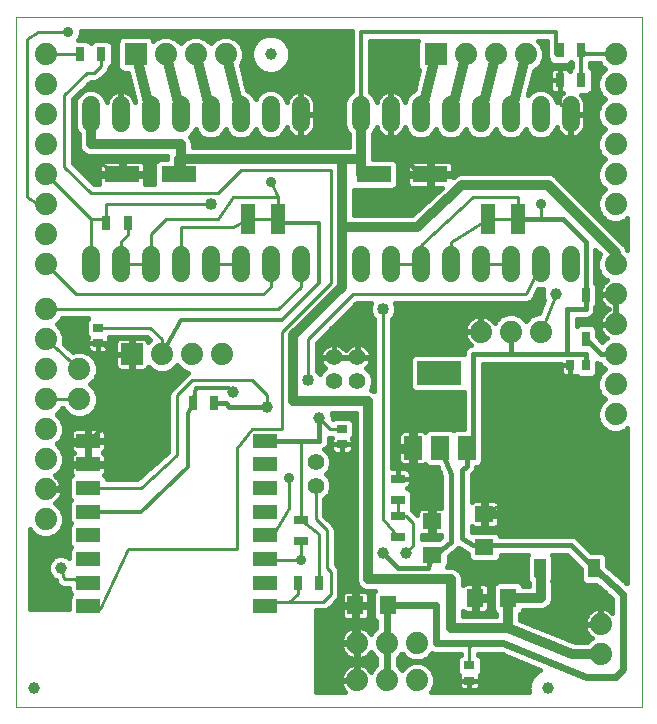
<source format=gtl>
G75*
%MOIN*%
%OFA0B0*%
%FSLAX25Y25*%
%IPPOS*%
%LPD*%
%AMOC8*
5,1,8,0,0,1.08239X$1,22.5*
%
%ADD10C,0.00000*%
%ADD11C,0.06000*%
%ADD12R,0.05900X0.07900*%
%ADD13R,0.15000X0.07900*%
%ADD14R,0.06299X0.05512*%
%ADD15R,0.04724X0.03150*%
%ADD16R,0.02756X0.03543*%
%ADD17R,0.05512X0.06299*%
%ADD18R,0.07400X0.07400*%
%ADD19C,0.07400*%
%ADD20R,0.03150X0.04724*%
%ADD21R,0.21260X0.24409*%
%ADD22R,0.03937X0.06299*%
%ADD23R,0.05000X0.10000*%
%ADD24R,0.11811X0.05512*%
%ADD25C,0.03937*%
%ADD26R,0.02756X0.04724*%
%ADD27R,0.07874X0.04724*%
%ADD28C,0.05543*%
%ADD29R,0.03543X0.02756*%
%ADD30C,0.01000*%
%ADD31C,0.01600*%
%ADD32C,0.03962*%
%ADD33C,0.02400*%
%ADD34C,0.01200*%
%ADD35C,0.04000*%
%ADD36C,0.03200*%
%ADD37C,0.03569*%
D10*
X0098000Y0065510D02*
X0098000Y0295471D01*
X0145500Y0295471D01*
X0148000Y0295510D01*
X0208000Y0295510D01*
X0306701Y0295471D01*
X0306701Y0065510D01*
X0098000Y0065510D01*
D11*
X0123000Y0210010D02*
X0123000Y0216010D01*
X0133000Y0216010D02*
X0133000Y0210010D01*
X0143000Y0210010D02*
X0143000Y0216010D01*
X0153000Y0216010D02*
X0153000Y0210010D01*
X0163000Y0210010D02*
X0163000Y0216010D01*
X0173000Y0216010D02*
X0173000Y0210010D01*
X0183000Y0210010D02*
X0183000Y0216010D01*
X0193000Y0216010D02*
X0193000Y0210010D01*
X0213000Y0210010D02*
X0213000Y0216010D01*
X0223000Y0216010D02*
X0223000Y0210010D01*
X0233000Y0210010D02*
X0233000Y0216010D01*
X0243000Y0216010D02*
X0243000Y0210010D01*
X0253000Y0210010D02*
X0253000Y0216010D01*
X0263000Y0216010D02*
X0263000Y0210010D01*
X0273000Y0210010D02*
X0273000Y0216010D01*
X0283000Y0216010D02*
X0283000Y0210010D01*
X0283000Y0260010D02*
X0283000Y0266010D01*
X0273000Y0266010D02*
X0273000Y0260010D01*
X0263000Y0260010D02*
X0263000Y0266010D01*
X0253000Y0266010D02*
X0253000Y0260010D01*
X0243000Y0260010D02*
X0243000Y0266010D01*
X0233000Y0266010D02*
X0233000Y0260010D01*
X0223000Y0260010D02*
X0223000Y0266010D01*
X0213000Y0266010D02*
X0213000Y0260010D01*
X0193000Y0260010D02*
X0193000Y0266010D01*
X0183000Y0266010D02*
X0183000Y0260010D01*
X0173000Y0260010D02*
X0173000Y0266010D01*
X0163000Y0266010D02*
X0163000Y0260010D01*
X0153000Y0260010D02*
X0153000Y0266010D01*
X0143000Y0266010D02*
X0143000Y0260010D01*
X0133000Y0260010D02*
X0133000Y0266010D01*
X0123000Y0266010D02*
X0123000Y0260010D01*
D12*
X0230350Y0151860D03*
X0239350Y0151860D03*
X0248350Y0151860D03*
D13*
X0239250Y0176660D03*
D14*
X0254250Y0129772D03*
X0254250Y0118748D03*
X0236750Y0116248D03*
X0236750Y0127272D03*
D15*
X0225500Y0129053D03*
X0225500Y0134467D03*
X0225500Y0141553D03*
X0225500Y0121967D03*
X0193000Y0120717D03*
X0193000Y0127803D03*
D16*
X0282941Y0179260D03*
X0288059Y0179260D03*
D17*
X0262262Y0101760D03*
X0251238Y0101760D03*
X0222262Y0099260D03*
X0211238Y0099260D03*
D18*
X0136750Y0183010D03*
X0138000Y0283010D03*
X0238000Y0283010D03*
D19*
X0248000Y0283010D03*
X0258000Y0283010D03*
X0268000Y0283010D03*
X0298000Y0283010D03*
X0298000Y0273010D03*
X0298000Y0263010D03*
X0298000Y0253010D03*
X0298000Y0243010D03*
X0298000Y0233010D03*
X0298000Y0213010D03*
X0298000Y0203010D03*
X0298000Y0193010D03*
X0298000Y0183010D03*
X0298000Y0173010D03*
X0298000Y0163010D03*
X0273000Y0190510D03*
X0263000Y0190510D03*
X0253000Y0190510D03*
X0166750Y0183010D03*
X0156750Y0183010D03*
X0146750Y0183010D03*
X0119250Y0178010D03*
X0119250Y0168010D03*
X0108000Y0168010D03*
X0108000Y0158010D03*
X0108000Y0148010D03*
X0108000Y0138010D03*
X0108000Y0128010D03*
X0108000Y0178010D03*
X0108000Y0188010D03*
X0108000Y0198010D03*
X0108000Y0213010D03*
X0108000Y0223010D03*
X0108000Y0233010D03*
X0108000Y0243010D03*
X0108000Y0253010D03*
X0108000Y0263010D03*
X0108000Y0273010D03*
X0108000Y0283010D03*
X0148000Y0283010D03*
X0158000Y0283010D03*
X0168000Y0283010D03*
X0293000Y0093010D03*
X0293000Y0083010D03*
X0231750Y0086760D03*
X0221750Y0086760D03*
X0211750Y0086760D03*
X0211750Y0074260D03*
X0221750Y0074260D03*
X0231750Y0074260D03*
D20*
X0199043Y0106760D03*
X0191957Y0106760D03*
X0164043Y0166760D03*
X0156957Y0166760D03*
X0135293Y0226760D03*
X0128207Y0226760D03*
X0126543Y0283010D03*
X0119457Y0283010D03*
X0279457Y0284260D03*
X0286543Y0284260D03*
X0286543Y0274260D03*
X0279457Y0274260D03*
D21*
X0281750Y0140353D03*
D22*
X0272774Y0111612D03*
X0290726Y0111612D03*
D23*
X0265500Y0228010D03*
X0255500Y0228010D03*
X0185500Y0228010D03*
X0175500Y0228010D03*
D24*
X0152449Y0243010D03*
X0133551Y0243010D03*
X0217301Y0243010D03*
X0236199Y0243010D03*
D25*
X0183000Y0283010D03*
X0104250Y0071760D03*
X0275500Y0071760D03*
D26*
X0288000Y0188227D03*
X0288000Y0202793D03*
D27*
X0181278Y0154162D03*
X0181278Y0146288D03*
X0181278Y0138414D03*
X0181278Y0130540D03*
X0181278Y0122666D03*
X0181278Y0114791D03*
X0181278Y0106917D03*
X0181278Y0099043D03*
X0122222Y0099043D03*
X0122222Y0106917D03*
X0122222Y0114791D03*
X0122222Y0122666D03*
X0122222Y0130540D03*
X0122222Y0138414D03*
X0122222Y0146288D03*
X0122222Y0154162D03*
D28*
X0198000Y0146947D03*
X0198000Y0139073D03*
X0204063Y0174073D03*
X0211937Y0174073D03*
X0211937Y0181947D03*
X0204063Y0181947D03*
D29*
X0206750Y0158069D03*
X0206750Y0152951D03*
X0249250Y0079319D03*
X0249250Y0074201D03*
X0125500Y0186701D03*
X0125500Y0191819D03*
D30*
X0142941Y0191819D01*
X0146750Y0188010D01*
X0146750Y0183010D01*
X0136750Y0183010D02*
X0130500Y0183010D01*
X0126809Y0186701D01*
X0125500Y0186701D01*
X0119250Y0178010D02*
X0108000Y0188010D01*
X0108000Y0198010D02*
X0185500Y0198010D01*
X0193000Y0205510D01*
X0193000Y0213010D01*
X0183000Y0213010D02*
X0183000Y0205510D01*
X0180500Y0203010D01*
X0118000Y0203010D01*
X0108000Y0213010D01*
X0123000Y0213010D02*
X0123000Y0228010D01*
X0108000Y0243010D01*
X0114250Y0245510D02*
X0123000Y0236760D01*
X0165500Y0236760D01*
X0173000Y0244260D01*
X0203000Y0244260D01*
X0203000Y0206760D01*
X0186750Y0190510D01*
X0186750Y0158010D01*
X0176750Y0158010D01*
X0171750Y0151760D01*
X0171750Y0118010D01*
X0135500Y0118010D01*
X0126189Y0098010D01*
X0122222Y0099043D01*
X0122222Y0106917D02*
X0117065Y0108010D01*
X0114250Y0108010D01*
X0113000Y0111760D01*
X0122222Y0138414D02*
X0139654Y0138414D01*
X0151750Y0149260D01*
X0151750Y0169260D01*
X0156750Y0174260D01*
X0176750Y0174260D01*
X0181750Y0169260D01*
X0181750Y0165510D01*
X0193000Y0154162D02*
X0193000Y0127803D01*
X0199043Y0123010D01*
X0199043Y0106760D01*
X0203000Y0103010D02*
X0200500Y0100510D01*
X0189250Y0100510D01*
X0182744Y0100510D01*
X0181278Y0099043D01*
X0189250Y0100510D02*
X0191957Y0103217D01*
X0191957Y0106760D01*
X0193000Y0114260D02*
X0181809Y0114260D01*
X0181278Y0114791D01*
X0181278Y0122666D02*
X0183906Y0122666D01*
X0189250Y0131760D01*
X0189250Y0141760D01*
X0198000Y0139073D02*
X0198000Y0128010D01*
X0201750Y0124260D01*
X0201750Y0111760D01*
X0203000Y0110510D01*
X0203000Y0103010D01*
X0193000Y0114260D02*
X0193000Y0120717D01*
X0206750Y0145510D02*
X0205313Y0146947D01*
X0206750Y0145510D02*
X0206750Y0152951D01*
X0206750Y0158069D02*
X0202941Y0158069D01*
X0199250Y0161760D01*
X0195500Y0174260D02*
X0195500Y0188010D01*
X0210500Y0203010D01*
X0268000Y0203010D01*
X0273000Y0213010D01*
X0278000Y0203010D02*
X0273000Y0190510D01*
X0282941Y0179260D02*
X0254250Y0179319D01*
X0254250Y0148010D01*
X0261750Y0148010D01*
X0254250Y0148010D02*
X0254250Y0129772D01*
X0268000Y0138010D01*
X0288000Y0138010D01*
X0281750Y0140353D01*
X0270500Y0140805D02*
X0294250Y0140805D01*
X0294250Y0141803D02*
X0270500Y0141803D01*
X0270500Y0142802D02*
X0294250Y0142802D01*
X0294250Y0143800D02*
X0270500Y0143800D01*
X0270500Y0144799D02*
X0294250Y0144799D01*
X0294250Y0145797D02*
X0270500Y0145797D01*
X0270500Y0146796D02*
X0294250Y0146796D01*
X0294250Y0147794D02*
X0270500Y0147794D01*
X0270500Y0148793D02*
X0294250Y0148793D01*
X0294250Y0149791D02*
X0270500Y0149791D01*
X0270500Y0150790D02*
X0294250Y0150790D01*
X0294250Y0151788D02*
X0270500Y0151788D01*
X0270500Y0152787D02*
X0294250Y0152787D01*
X0294250Y0153785D02*
X0270500Y0153785D01*
X0270500Y0154260D02*
X0294250Y0154260D01*
X0294250Y0125510D01*
X0270500Y0125510D01*
X0270500Y0154260D01*
X0270500Y0139806D02*
X0294250Y0139806D01*
X0294250Y0138808D02*
X0270500Y0138808D01*
X0270500Y0137809D02*
X0294250Y0137809D01*
X0294250Y0136811D02*
X0270500Y0136811D01*
X0270500Y0135812D02*
X0294250Y0135812D01*
X0294250Y0134813D02*
X0270500Y0134813D01*
X0270500Y0133815D02*
X0294250Y0133815D01*
X0294250Y0132816D02*
X0270500Y0132816D01*
X0270500Y0131818D02*
X0294250Y0131818D01*
X0294250Y0130819D02*
X0270500Y0130819D01*
X0270500Y0129821D02*
X0294250Y0129821D01*
X0294250Y0128822D02*
X0270500Y0128822D01*
X0270500Y0127824D02*
X0294250Y0127824D01*
X0294250Y0126825D02*
X0270500Y0126825D01*
X0270500Y0125827D02*
X0294250Y0125827D01*
X0250500Y0086760D02*
X0249250Y0085510D01*
X0249250Y0079319D01*
X0228000Y0116760D02*
X0230500Y0119260D01*
X0230500Y0126760D01*
X0228207Y0129053D01*
X0225500Y0129053D01*
X0225500Y0134467D01*
X0225500Y0141553D02*
X0225500Y0150510D01*
X0225500Y0190510D01*
X0238000Y0190510D01*
X0220500Y0198010D02*
X0220500Y0128010D01*
X0225500Y0121967D01*
X0225500Y0150510D02*
X0230500Y0150510D01*
X0230350Y0151860D01*
X0233000Y0213010D02*
X0223000Y0213010D01*
X0233000Y0213010D02*
X0233000Y0219260D01*
X0250500Y0235510D01*
X0265500Y0235510D01*
X0265500Y0228010D01*
X0255500Y0228010D01*
X0243000Y0220510D01*
X0243000Y0213010D01*
X0253000Y0213010D02*
X0263000Y0213010D01*
X0273000Y0228010D02*
X0273000Y0233010D01*
X0283000Y0248010D02*
X0283000Y0263010D01*
X0279457Y0266553D01*
X0279457Y0274260D01*
X0236199Y0243010D02*
X0233000Y0243010D01*
X0193000Y0263010D02*
X0193000Y0278010D01*
X0183000Y0240510D02*
X0185500Y0235510D01*
X0185500Y0228010D01*
X0175500Y0228010D01*
X0170500Y0225510D01*
X0153000Y0225510D01*
X0153000Y0213010D01*
X0143000Y0213010D02*
X0143000Y0223010D01*
X0148000Y0228010D01*
X0165500Y0228010D01*
X0170500Y0235510D01*
X0185500Y0235510D01*
X0163000Y0233010D02*
X0128000Y0233010D01*
X0128000Y0228010D01*
X0128207Y0226760D01*
X0128000Y0228010D02*
X0123000Y0228010D01*
X0133000Y0220510D02*
X0135500Y0223010D01*
X0135500Y0226967D01*
X0135293Y0226760D01*
X0133000Y0220510D02*
X0133000Y0213010D01*
X0143000Y0213010D01*
X0163000Y0213010D02*
X0173000Y0213010D01*
X0133551Y0243010D02*
X0118000Y0250510D01*
X0118000Y0268010D01*
X0123000Y0273010D01*
X0133000Y0273010D01*
X0133000Y0263010D01*
X0124250Y0276760D02*
X0121750Y0276760D01*
X0114250Y0269260D01*
X0114250Y0245510D01*
X0108000Y0233010D02*
X0105500Y0233010D01*
X0101750Y0235510D01*
X0101750Y0288010D01*
X0105500Y0290510D01*
X0115500Y0290510D01*
X0119457Y0283010D02*
X0108000Y0283010D01*
X0124250Y0276760D02*
X0126543Y0279053D01*
X0126543Y0283010D01*
X0119250Y0168010D02*
X0108000Y0168010D01*
X0122321Y0153010D02*
X0122222Y0151760D01*
X0122222Y0146288D01*
X0298000Y0193010D02*
X0298000Y0203010D01*
D31*
X0297800Y0202824D02*
X0291778Y0202824D01*
X0292500Y0202810D02*
X0292500Y0202577D01*
X0292635Y0201722D01*
X0292903Y0200899D01*
X0293296Y0200127D01*
X0293805Y0199427D01*
X0294417Y0198815D01*
X0295117Y0198306D01*
X0295698Y0198010D01*
X0295117Y0197714D01*
X0294417Y0197205D01*
X0293805Y0196593D01*
X0293296Y0195893D01*
X0292903Y0195121D01*
X0292635Y0194298D01*
X0292500Y0193443D01*
X0292500Y0193210D01*
X0297800Y0193210D01*
X0297800Y0202810D01*
X0292500Y0202810D01*
X0292500Y0203210D02*
X0297800Y0203210D01*
X0297800Y0202810D01*
X0298200Y0202810D01*
X0298200Y0197510D01*
X0298200Y0193210D01*
X0297800Y0193210D01*
X0297800Y0192810D01*
X0292500Y0192810D01*
X0292500Y0192577D01*
X0292635Y0191722D01*
X0292903Y0190899D01*
X0293296Y0190127D01*
X0293805Y0189427D01*
X0294417Y0188815D01*
X0295019Y0188378D01*
X0294545Y0188181D01*
X0293558Y0187194D01*
X0291778Y0188974D01*
X0291778Y0191066D01*
X0291413Y0191948D01*
X0290737Y0192623D01*
X0289855Y0192989D01*
X0286145Y0192989D01*
X0285263Y0192623D01*
X0284950Y0192311D01*
X0284950Y0194810D01*
X0288637Y0194810D01*
X0289813Y0195297D01*
X0290713Y0196197D01*
X0291200Y0197373D01*
X0291200Y0198859D01*
X0291413Y0199072D01*
X0291778Y0199954D01*
X0291778Y0205633D01*
X0291413Y0206515D01*
X0291200Y0206728D01*
X0291200Y0217903D01*
X0292773Y0216330D01*
X0291900Y0214223D01*
X0291900Y0211797D01*
X0292829Y0209555D01*
X0294545Y0207839D01*
X0295019Y0207642D01*
X0294417Y0207205D01*
X0293805Y0206593D01*
X0293296Y0205893D01*
X0292903Y0205121D01*
X0292635Y0204298D01*
X0292500Y0203443D01*
X0292500Y0203210D01*
X0292676Y0204422D02*
X0291778Y0204422D01*
X0291617Y0206021D02*
X0293389Y0206021D01*
X0294987Y0207619D02*
X0291200Y0207619D01*
X0291200Y0209218D02*
X0293165Y0209218D01*
X0292306Y0210816D02*
X0291200Y0210816D01*
X0291200Y0212415D02*
X0291900Y0212415D01*
X0291900Y0214013D02*
X0291200Y0214013D01*
X0291200Y0215612D02*
X0292475Y0215612D01*
X0291893Y0217211D02*
X0291200Y0217211D01*
X0288000Y0220510D02*
X0288000Y0202793D01*
X0288000Y0198010D01*
X0281750Y0198010D01*
X0281750Y0183010D01*
X0288000Y0183010D01*
X0288059Y0181701D01*
X0288059Y0179260D01*
X0286204Y0175088D02*
X0285322Y0175454D01*
X0284975Y0175801D01*
X0284556Y0175688D01*
X0282941Y0175688D01*
X0282941Y0179260D01*
X0282941Y0179260D01*
X0282941Y0175688D01*
X0281326Y0175688D01*
X0280868Y0175811D01*
X0280458Y0176048D01*
X0280123Y0176383D01*
X0279886Y0176794D01*
X0279763Y0177251D01*
X0279763Y0179260D01*
X0282941Y0179260D01*
X0282941Y0179260D01*
X0279763Y0179260D01*
X0279763Y0179810D01*
X0263637Y0179810D01*
X0253700Y0179810D01*
X0253700Y0152320D01*
X0253726Y0152247D01*
X0253700Y0151686D01*
X0253700Y0147433D01*
X0253335Y0146551D01*
X0252659Y0145875D01*
X0251777Y0145510D01*
X0251550Y0145510D01*
X0251550Y0145223D01*
X0251063Y0144047D01*
X0249950Y0142935D01*
X0249950Y0133923D01*
X0249995Y0133968D01*
X0250406Y0134205D01*
X0250863Y0134328D01*
X0253672Y0134328D01*
X0253672Y0130350D01*
X0254828Y0130350D01*
X0254828Y0134328D01*
X0257637Y0134328D01*
X0258094Y0134205D01*
X0258505Y0133968D01*
X0258840Y0133633D01*
X0259077Y0133222D01*
X0259200Y0132765D01*
X0259200Y0130350D01*
X0254828Y0130350D01*
X0254828Y0129194D01*
X0259200Y0129194D01*
X0259200Y0126779D01*
X0259077Y0126321D01*
X0258840Y0125911D01*
X0258505Y0125576D01*
X0258094Y0125339D01*
X0257637Y0125216D01*
X0254828Y0125216D01*
X0254828Y0129194D01*
X0253672Y0129194D01*
X0253672Y0125216D01*
X0250863Y0125216D01*
X0250406Y0125339D01*
X0249995Y0125576D01*
X0249950Y0125621D01*
X0249950Y0123625D01*
X0250623Y0123904D01*
X0257877Y0123904D01*
X0258759Y0123539D01*
X0259434Y0122864D01*
X0259601Y0122460D01*
X0283715Y0122460D01*
X0284891Y0121973D01*
X0289702Y0117162D01*
X0293172Y0117162D01*
X0294054Y0116797D01*
X0294729Y0116121D01*
X0295095Y0115239D01*
X0295095Y0112579D01*
X0301901Y0106644D01*
X0301901Y0158284D01*
X0301455Y0157839D01*
X0299213Y0156910D01*
X0296787Y0156910D01*
X0294545Y0157839D01*
X0292829Y0159555D01*
X0291900Y0161797D01*
X0291900Y0164223D01*
X0292829Y0166465D01*
X0294373Y0168010D01*
X0292829Y0169555D01*
X0291900Y0171797D01*
X0291900Y0174223D01*
X0292829Y0176465D01*
X0294373Y0178010D01*
X0292829Y0179555D01*
X0292723Y0179810D01*
X0292580Y0179810D01*
X0291837Y0180118D01*
X0291837Y0177011D01*
X0291472Y0176129D01*
X0290796Y0175454D01*
X0289914Y0175088D01*
X0286204Y0175088D01*
X0285126Y0175649D02*
X0253700Y0175649D01*
X0253700Y0174051D02*
X0291900Y0174051D01*
X0291900Y0172452D02*
X0253700Y0172452D01*
X0253700Y0170854D02*
X0292291Y0170854D01*
X0293128Y0169255D02*
X0253700Y0169255D01*
X0253700Y0167657D02*
X0294020Y0167657D01*
X0292660Y0166058D02*
X0253700Y0166058D01*
X0253700Y0164460D02*
X0291998Y0164460D01*
X0291900Y0162861D02*
X0253700Y0162861D01*
X0253700Y0161263D02*
X0292121Y0161263D01*
X0292783Y0159664D02*
X0253700Y0159664D01*
X0253700Y0158066D02*
X0294318Y0158066D01*
X0293075Y0154235D02*
X0292617Y0154357D01*
X0282550Y0154357D01*
X0282550Y0141153D01*
X0280950Y0141153D01*
X0280950Y0154357D01*
X0270883Y0154357D01*
X0270425Y0154235D01*
X0270015Y0153998D01*
X0269680Y0153662D01*
X0269443Y0153252D01*
X0269320Y0152794D01*
X0269320Y0141152D01*
X0280950Y0141152D01*
X0280950Y0139553D01*
X0269320Y0139553D01*
X0269320Y0127911D01*
X0269443Y0127453D01*
X0269680Y0127043D01*
X0270015Y0126707D01*
X0270425Y0126470D01*
X0270883Y0126348D01*
X0280950Y0126348D01*
X0280950Y0139552D01*
X0282550Y0139552D01*
X0282550Y0126348D01*
X0292617Y0126348D01*
X0293075Y0126470D01*
X0293485Y0126707D01*
X0293820Y0127043D01*
X0294057Y0127453D01*
X0294180Y0127911D01*
X0294180Y0139553D01*
X0282550Y0139553D01*
X0282550Y0141152D01*
X0294180Y0141152D01*
X0294180Y0152794D01*
X0294057Y0153252D01*
X0293820Y0153662D01*
X0293485Y0153998D01*
X0293075Y0154235D01*
X0294047Y0153270D02*
X0301901Y0153270D01*
X0301901Y0151672D02*
X0294180Y0151672D01*
X0294180Y0150073D02*
X0301901Y0150073D01*
X0301901Y0148475D02*
X0294180Y0148475D01*
X0294180Y0146876D02*
X0301901Y0146876D01*
X0301901Y0145278D02*
X0294180Y0145278D01*
X0294180Y0143679D02*
X0301901Y0143679D01*
X0301901Y0142080D02*
X0294180Y0142080D01*
X0294180Y0138883D02*
X0301901Y0138883D01*
X0301901Y0137285D02*
X0294180Y0137285D01*
X0294180Y0135686D02*
X0301901Y0135686D01*
X0301901Y0134088D02*
X0294180Y0134088D01*
X0294180Y0132489D02*
X0301901Y0132489D01*
X0301901Y0130891D02*
X0294180Y0130891D01*
X0294180Y0129292D02*
X0301901Y0129292D01*
X0301901Y0127694D02*
X0294122Y0127694D01*
X0301901Y0121300D02*
X0285564Y0121300D01*
X0287163Y0119701D02*
X0301901Y0119701D01*
X0301901Y0118103D02*
X0288761Y0118103D01*
X0283079Y0119260D02*
X0290726Y0111612D01*
X0286358Y0111455D02*
X0286358Y0107985D01*
X0286723Y0107103D01*
X0287398Y0106428D01*
X0288280Y0106063D01*
X0291613Y0106063D01*
X0296900Y0101452D01*
X0296900Y0096888D01*
X0296583Y0097205D01*
X0295883Y0097714D01*
X0295111Y0098107D01*
X0294288Y0098375D01*
X0293433Y0098510D01*
X0293200Y0098510D01*
X0293200Y0093210D01*
X0292800Y0093210D01*
X0292800Y0098510D01*
X0292567Y0098510D01*
X0291712Y0098375D01*
X0290889Y0098107D01*
X0290117Y0097714D01*
X0289417Y0097205D01*
X0288805Y0096593D01*
X0288296Y0095893D01*
X0287903Y0095121D01*
X0287635Y0094298D01*
X0287500Y0093443D01*
X0287500Y0093210D01*
X0292800Y0093210D01*
X0292800Y0092810D01*
X0287500Y0092810D01*
X0287500Y0092577D01*
X0287635Y0091722D01*
X0287903Y0090899D01*
X0288296Y0090127D01*
X0288805Y0089427D01*
X0289417Y0088815D01*
X0290019Y0088378D01*
X0289545Y0088181D01*
X0288373Y0087010D01*
X0284303Y0087010D01*
X0266262Y0094439D01*
X0266262Y0096528D01*
X0266377Y0096576D01*
X0267052Y0097251D01*
X0267263Y0097760D01*
X0273796Y0097760D01*
X0275266Y0098369D01*
X0276391Y0099494D01*
X0277000Y0100964D01*
X0277000Y0104789D01*
X0277026Y0104860D01*
X0277000Y0105582D01*
X0277000Y0106306D01*
X0276971Y0106375D01*
X0276931Y0107477D01*
X0277142Y0107985D01*
X0277142Y0115239D01*
X0276802Y0116060D01*
X0281753Y0116060D01*
X0286358Y0111455D01*
X0286104Y0111709D02*
X0277142Y0111709D01*
X0277142Y0113307D02*
X0284506Y0113307D01*
X0282907Y0114906D02*
X0277142Y0114906D01*
X0277142Y0110110D02*
X0286358Y0110110D01*
X0286358Y0108512D02*
X0277142Y0108512D01*
X0276952Y0106913D02*
X0286913Y0106913D01*
X0292470Y0105315D02*
X0277010Y0105315D01*
X0277000Y0103716D02*
X0294303Y0103716D01*
X0296136Y0102118D02*
X0277000Y0102118D01*
X0276816Y0100519D02*
X0296900Y0100519D01*
X0296900Y0098921D02*
X0275818Y0098921D01*
X0270906Y0092527D02*
X0287508Y0092527D01*
X0287608Y0094125D02*
X0267023Y0094125D01*
X0266262Y0095724D02*
X0288210Y0095724D01*
X0289578Y0097322D02*
X0267082Y0097322D01*
X0274788Y0090928D02*
X0287893Y0090928D01*
X0288902Y0089330D02*
X0278670Y0089330D01*
X0282552Y0087731D02*
X0289094Y0087731D01*
X0292800Y0094125D02*
X0293200Y0094125D01*
X0293200Y0095724D02*
X0292800Y0095724D01*
X0292800Y0097322D02*
X0293200Y0097322D01*
X0296422Y0097322D02*
X0296900Y0097322D01*
X0301592Y0106913D02*
X0301901Y0106913D01*
X0301901Y0108512D02*
X0299759Y0108512D01*
X0297926Y0110110D02*
X0301901Y0110110D01*
X0301901Y0111709D02*
X0296093Y0111709D01*
X0295095Y0113307D02*
X0301901Y0113307D01*
X0301901Y0114906D02*
X0295095Y0114906D01*
X0294347Y0116504D02*
X0301901Y0116504D01*
X0301901Y0122898D02*
X0259399Y0122898D01*
X0258947Y0126095D02*
X0301901Y0126095D01*
X0301901Y0124497D02*
X0249950Y0124497D01*
X0253672Y0126095D02*
X0254828Y0126095D01*
X0254828Y0127694D02*
X0253672Y0127694D01*
X0254828Y0129292D02*
X0269320Y0129292D01*
X0269320Y0130891D02*
X0259200Y0130891D01*
X0259200Y0132489D02*
X0269320Y0132489D01*
X0269320Y0134088D02*
X0258297Y0134088D01*
X0254828Y0134088D02*
X0253672Y0134088D01*
X0253672Y0132489D02*
X0254828Y0132489D01*
X0254828Y0130891D02*
X0253672Y0130891D01*
X0250203Y0134088D02*
X0249950Y0134088D01*
X0249950Y0135686D02*
X0269320Y0135686D01*
X0269320Y0137285D02*
X0249950Y0137285D01*
X0249950Y0138883D02*
X0269320Y0138883D01*
X0269320Y0142080D02*
X0249950Y0142080D01*
X0249950Y0140482D02*
X0280950Y0140482D01*
X0280950Y0142080D02*
X0282550Y0142080D01*
X0282550Y0140482D02*
X0301901Y0140482D01*
X0301901Y0154869D02*
X0253700Y0154869D01*
X0253700Y0156467D02*
X0301901Y0156467D01*
X0301901Y0158066D02*
X0301682Y0158066D01*
X0282550Y0153270D02*
X0280950Y0153270D01*
X0280950Y0151672D02*
X0282550Y0151672D01*
X0282550Y0150073D02*
X0280950Y0150073D01*
X0280950Y0148475D02*
X0282550Y0148475D01*
X0282550Y0146876D02*
X0280950Y0146876D01*
X0280950Y0145278D02*
X0282550Y0145278D01*
X0282550Y0143679D02*
X0280950Y0143679D01*
X0280950Y0138883D02*
X0282550Y0138883D01*
X0282550Y0137285D02*
X0280950Y0137285D01*
X0280950Y0135686D02*
X0282550Y0135686D01*
X0282550Y0134088D02*
X0280950Y0134088D01*
X0280950Y0132489D02*
X0282550Y0132489D01*
X0282550Y0130891D02*
X0280950Y0130891D01*
X0280950Y0129292D02*
X0282550Y0129292D01*
X0282550Y0127694D02*
X0280950Y0127694D01*
X0283079Y0119260D02*
X0257262Y0119260D01*
X0254250Y0118748D01*
X0257262Y0119260D02*
X0250500Y0119260D01*
X0247100Y0121410D01*
X0246750Y0121760D01*
X0246750Y0144260D01*
X0248350Y0145860D01*
X0248350Y0151860D01*
X0250500Y0151760D01*
X0250500Y0183010D01*
X0263000Y0183010D01*
X0263000Y0190510D01*
X0258695Y0194831D02*
X0256409Y0194831D01*
X0256583Y0194705D02*
X0255883Y0195214D01*
X0255111Y0195607D01*
X0254288Y0195875D01*
X0253433Y0196010D01*
X0253200Y0196010D01*
X0253200Y0190710D01*
X0252800Y0190710D01*
X0252800Y0196010D01*
X0252567Y0196010D01*
X0251712Y0195875D01*
X0250889Y0195607D01*
X0250117Y0195214D01*
X0249417Y0194705D01*
X0248805Y0194093D01*
X0248296Y0193393D01*
X0247903Y0192621D01*
X0247635Y0191798D01*
X0247500Y0190943D01*
X0247500Y0190710D01*
X0252800Y0190710D01*
X0252800Y0190310D01*
X0247500Y0190310D01*
X0247500Y0190077D01*
X0247635Y0189222D01*
X0247903Y0188399D01*
X0248296Y0187627D01*
X0248805Y0186927D01*
X0249417Y0186315D01*
X0249671Y0186130D01*
X0248687Y0185723D01*
X0247787Y0184823D01*
X0247300Y0183647D01*
X0247300Y0182980D01*
X0247227Y0183010D01*
X0231273Y0183010D01*
X0230391Y0182645D01*
X0229715Y0181969D01*
X0229350Y0181087D01*
X0229350Y0172233D01*
X0229715Y0171351D01*
X0230391Y0170675D01*
X0231273Y0170310D01*
X0247227Y0170310D01*
X0247300Y0170340D01*
X0247300Y0158210D01*
X0244923Y0158210D01*
X0244041Y0157845D01*
X0243850Y0157654D01*
X0243659Y0157845D01*
X0242777Y0158210D01*
X0235923Y0158210D01*
X0235041Y0157845D01*
X0234426Y0157230D01*
X0234405Y0157250D01*
X0233995Y0157487D01*
X0233537Y0157610D01*
X0231025Y0157610D01*
X0231025Y0152535D01*
X0229675Y0152535D01*
X0229675Y0157610D01*
X0227163Y0157610D01*
X0226705Y0157487D01*
X0226295Y0157250D01*
X0225960Y0156915D01*
X0225723Y0156505D01*
X0225600Y0156047D01*
X0225600Y0152535D01*
X0229675Y0152535D01*
X0229675Y0151185D01*
X0231025Y0151185D01*
X0231025Y0146110D01*
X0233537Y0146110D01*
X0233995Y0146233D01*
X0234405Y0146470D01*
X0234426Y0146490D01*
X0235041Y0145875D01*
X0235923Y0145510D01*
X0238532Y0145510D01*
X0239800Y0142469D01*
X0239800Y0131828D01*
X0237328Y0131828D01*
X0237328Y0127850D01*
X0236172Y0127850D01*
X0236172Y0131828D01*
X0233363Y0131828D01*
X0232906Y0131705D01*
X0232495Y0131468D01*
X0232160Y0131133D01*
X0231923Y0130722D01*
X0231800Y0130265D01*
X0231800Y0129561D01*
X0230262Y0131099D01*
X0230262Y0131105D01*
X0229991Y0131760D01*
X0230262Y0132414D01*
X0230262Y0136519D01*
X0229897Y0137401D01*
X0229222Y0138076D01*
X0228608Y0138330D01*
X0228967Y0138538D01*
X0229303Y0138873D01*
X0229540Y0139284D01*
X0229662Y0139742D01*
X0229662Y0141553D01*
X0225500Y0141553D01*
X0225500Y0141553D01*
X0229662Y0141553D01*
X0229662Y0143365D01*
X0229540Y0143823D01*
X0229303Y0144233D01*
X0228967Y0144568D01*
X0228557Y0144805D01*
X0228099Y0144928D01*
X0225500Y0144928D01*
X0225500Y0141553D01*
X0225500Y0144928D01*
X0223400Y0144928D01*
X0223400Y0194687D01*
X0224230Y0195518D01*
X0224900Y0197135D01*
X0224900Y0198885D01*
X0224393Y0200110D01*
X0267897Y0200110D01*
X0268370Y0200076D01*
X0268471Y0200110D01*
X0268577Y0200110D01*
X0269015Y0200291D01*
X0269464Y0200441D01*
X0269545Y0200511D01*
X0269643Y0200552D01*
X0269978Y0200887D01*
X0270336Y0201197D01*
X0270383Y0201292D01*
X0270458Y0201367D01*
X0270640Y0201805D01*
X0272042Y0204610D01*
X0273921Y0204610D01*
X0273619Y0203881D01*
X0273619Y0202139D01*
X0274081Y0201022D01*
X0272317Y0196610D01*
X0271787Y0196610D01*
X0269545Y0195681D01*
X0268000Y0194137D01*
X0266455Y0195681D01*
X0264213Y0196610D01*
X0261787Y0196610D01*
X0259545Y0195681D01*
X0257829Y0193965D01*
X0257632Y0193491D01*
X0257195Y0194093D01*
X0256583Y0194705D01*
X0253200Y0194831D02*
X0252800Y0194831D01*
X0252800Y0193233D02*
X0253200Y0193233D01*
X0253200Y0191634D02*
X0252800Y0191634D01*
X0249591Y0194831D02*
X0223544Y0194831D01*
X0223400Y0193233D02*
X0248215Y0193233D01*
X0247610Y0191634D02*
X0223400Y0191634D01*
X0223400Y0190036D02*
X0247507Y0190036D01*
X0247890Y0188437D02*
X0223400Y0188437D01*
X0223400Y0186839D02*
X0248893Y0186839D01*
X0248205Y0185240D02*
X0223400Y0185240D01*
X0223400Y0183642D02*
X0247300Y0183642D01*
X0253700Y0178846D02*
X0279763Y0178846D01*
X0279764Y0177248D02*
X0253700Y0177248D01*
X0247300Y0169255D02*
X0223400Y0169255D01*
X0223400Y0167657D02*
X0247300Y0167657D01*
X0247300Y0166058D02*
X0223400Y0166058D01*
X0223400Y0164460D02*
X0247300Y0164460D01*
X0247300Y0162861D02*
X0223400Y0162861D01*
X0223400Y0161263D02*
X0247300Y0161263D01*
X0247300Y0159664D02*
X0223400Y0159664D01*
X0223400Y0158066D02*
X0235574Y0158066D01*
X0231025Y0156467D02*
X0229675Y0156467D01*
X0229675Y0154869D02*
X0231025Y0154869D01*
X0231025Y0153270D02*
X0229675Y0153270D01*
X0230350Y0151860D02*
X0231600Y0143010D01*
X0236750Y0140510D01*
X0236750Y0127272D01*
X0237328Y0126694D02*
X0237328Y0122716D01*
X0239800Y0122716D01*
X0239800Y0122048D01*
X0238995Y0121404D01*
X0233400Y0121404D01*
X0233400Y0122716D01*
X0236172Y0122716D01*
X0236172Y0126694D01*
X0237328Y0126694D01*
X0237328Y0126095D02*
X0236172Y0126095D01*
X0236172Y0124497D02*
X0237328Y0124497D01*
X0237328Y0122898D02*
X0236172Y0122898D01*
X0236172Y0129292D02*
X0237328Y0129292D01*
X0237328Y0130891D02*
X0236172Y0130891D01*
X0239800Y0132489D02*
X0230262Y0132489D01*
X0230262Y0134088D02*
X0239800Y0134088D01*
X0239800Y0135686D02*
X0230262Y0135686D01*
X0229945Y0137285D02*
X0239800Y0137285D01*
X0239800Y0138883D02*
X0229308Y0138883D01*
X0229662Y0140482D02*
X0239800Y0140482D01*
X0239800Y0142080D02*
X0229662Y0142080D01*
X0229578Y0143679D02*
X0239295Y0143679D01*
X0238629Y0145278D02*
X0223400Y0145278D01*
X0223400Y0146876D02*
X0225918Y0146876D01*
X0225960Y0146805D02*
X0226295Y0146470D01*
X0226705Y0146233D01*
X0227163Y0146110D01*
X0229675Y0146110D01*
X0229675Y0151185D01*
X0225600Y0151185D01*
X0225600Y0147673D01*
X0225723Y0147215D01*
X0225960Y0146805D01*
X0225600Y0148475D02*
X0223400Y0148475D01*
X0223400Y0150073D02*
X0225600Y0150073D01*
X0223400Y0151672D02*
X0229675Y0151672D01*
X0229675Y0150073D02*
X0231025Y0150073D01*
X0231025Y0148475D02*
X0229675Y0148475D01*
X0229675Y0146876D02*
X0231025Y0146876D01*
X0225500Y0143679D02*
X0225500Y0143679D01*
X0225500Y0142080D02*
X0225500Y0142080D01*
X0225500Y0141553D02*
X0225500Y0141553D01*
X0230470Y0130891D02*
X0232020Y0130891D01*
X0243000Y0120510D02*
X0236750Y0115510D01*
X0236750Y0116248D01*
X0235500Y0111760D01*
X0225500Y0111760D01*
X0220500Y0116760D01*
X0211500Y0116504D02*
X0204650Y0116504D01*
X0204650Y0114906D02*
X0211500Y0114906D01*
X0211500Y0113307D02*
X0204650Y0113307D01*
X0204650Y0112961D02*
X0204650Y0124837D01*
X0204208Y0125903D01*
X0203393Y0126718D01*
X0200900Y0129211D01*
X0200900Y0134676D01*
X0200930Y0134689D01*
X0202384Y0136143D01*
X0203172Y0138044D01*
X0203172Y0140102D01*
X0202384Y0142002D01*
X0201377Y0143010D01*
X0202384Y0144017D01*
X0203172Y0145918D01*
X0203172Y0147976D01*
X0202384Y0149877D01*
X0200930Y0151331D01*
X0200854Y0151362D01*
X0201063Y0151449D01*
X0201963Y0152349D01*
X0202450Y0153525D01*
X0202450Y0155169D01*
X0203106Y0155169D01*
X0203291Y0154985D01*
X0203178Y0154566D01*
X0203178Y0152951D01*
X0206750Y0152951D01*
X0210322Y0152951D01*
X0210322Y0154566D01*
X0210209Y0154985D01*
X0210556Y0155332D01*
X0210922Y0156214D01*
X0210922Y0159924D01*
X0210556Y0160806D01*
X0209881Y0161482D01*
X0208999Y0161847D01*
X0204501Y0161847D01*
X0203631Y0161487D01*
X0203631Y0162631D01*
X0203371Y0163260D01*
X0211500Y0163260D01*
X0211500Y0107214D01*
X0212109Y0105744D01*
X0213234Y0104619D01*
X0214222Y0104210D01*
X0211816Y0104210D01*
X0211816Y0099838D01*
X0210660Y0099838D01*
X0210660Y0098682D01*
X0206682Y0098682D01*
X0206682Y0095873D01*
X0206805Y0095416D01*
X0207042Y0095005D01*
X0207377Y0094670D01*
X0207787Y0094433D01*
X0208245Y0094310D01*
X0210660Y0094310D01*
X0210660Y0098682D01*
X0211816Y0098682D01*
X0211816Y0094310D01*
X0214231Y0094310D01*
X0214689Y0094433D01*
X0215099Y0094670D01*
X0215434Y0095005D01*
X0215671Y0095416D01*
X0215794Y0095873D01*
X0215794Y0098682D01*
X0211816Y0098682D01*
X0211816Y0099838D01*
X0215794Y0099838D01*
X0215794Y0102647D01*
X0215671Y0103104D01*
X0215434Y0103515D01*
X0215099Y0103850D01*
X0214822Y0104010D01*
X0217712Y0104010D01*
X0217471Y0103769D01*
X0217106Y0102887D01*
X0217106Y0095633D01*
X0217471Y0094751D01*
X0218146Y0094076D01*
X0218150Y0094074D01*
X0218150Y0091787D01*
X0216579Y0090215D01*
X0216382Y0089741D01*
X0215945Y0090343D01*
X0215333Y0090955D01*
X0214633Y0091464D01*
X0213861Y0091857D01*
X0213038Y0092125D01*
X0212183Y0092260D01*
X0211950Y0092260D01*
X0211950Y0086960D01*
X0211550Y0086960D01*
X0211550Y0092260D01*
X0211317Y0092260D01*
X0210462Y0092125D01*
X0209639Y0091857D01*
X0208867Y0091464D01*
X0208167Y0090955D01*
X0207555Y0090343D01*
X0207046Y0089643D01*
X0206653Y0088871D01*
X0206385Y0088048D01*
X0206250Y0087193D01*
X0206250Y0086960D01*
X0211550Y0086960D01*
X0211550Y0086560D01*
X0211950Y0086560D01*
X0211950Y0081260D01*
X0212183Y0081260D01*
X0213038Y0081395D01*
X0213861Y0081663D01*
X0214633Y0082056D01*
X0215333Y0082565D01*
X0215945Y0083177D01*
X0216382Y0083779D01*
X0216579Y0083305D01*
X0218150Y0081733D01*
X0218150Y0079287D01*
X0216579Y0077715D01*
X0216382Y0077241D01*
X0215945Y0077843D01*
X0215333Y0078455D01*
X0214633Y0078964D01*
X0213861Y0079357D01*
X0213038Y0079625D01*
X0212183Y0079760D01*
X0211950Y0079760D01*
X0211950Y0074460D01*
X0211550Y0074460D01*
X0211550Y0079760D01*
X0211317Y0079760D01*
X0210462Y0079625D01*
X0209639Y0079357D01*
X0208867Y0078964D01*
X0208167Y0078455D01*
X0207555Y0077843D01*
X0207046Y0077143D01*
X0206653Y0076371D01*
X0206385Y0075548D01*
X0206250Y0074693D01*
X0206250Y0074460D01*
X0211550Y0074460D01*
X0211550Y0074060D01*
X0206250Y0074060D01*
X0206250Y0073827D01*
X0206385Y0072972D01*
X0206653Y0072149D01*
X0207046Y0071377D01*
X0207555Y0070677D01*
X0207922Y0070310D01*
X0198000Y0070310D01*
X0198000Y0097610D01*
X0201077Y0097610D01*
X0202143Y0098052D01*
X0202958Y0098867D01*
X0205458Y0101367D01*
X0205900Y0102433D01*
X0205900Y0111087D01*
X0205458Y0112153D01*
X0204650Y0112961D01*
X0205642Y0111709D02*
X0211500Y0111709D01*
X0211500Y0110110D02*
X0205900Y0110110D01*
X0205900Y0108512D02*
X0211500Y0108512D01*
X0211625Y0106913D02*
X0205900Y0106913D01*
X0205900Y0105315D02*
X0212538Y0105315D01*
X0211816Y0103716D02*
X0210660Y0103716D01*
X0210660Y0104210D02*
X0210660Y0099838D01*
X0206682Y0099838D01*
X0206682Y0102647D01*
X0206805Y0103104D01*
X0207042Y0103515D01*
X0207377Y0103850D01*
X0207787Y0104087D01*
X0208245Y0104210D01*
X0210660Y0104210D01*
X0210660Y0102118D02*
X0211816Y0102118D01*
X0211816Y0100519D02*
X0210660Y0100519D01*
X0210660Y0098921D02*
X0203012Y0098921D01*
X0204610Y0100519D02*
X0206682Y0100519D01*
X0206682Y0102118D02*
X0205769Y0102118D01*
X0205900Y0103716D02*
X0207243Y0103716D01*
X0206682Y0097322D02*
X0198000Y0097322D01*
X0198000Y0095724D02*
X0206722Y0095724D01*
X0210660Y0095724D02*
X0211816Y0095724D01*
X0211816Y0097322D02*
X0210660Y0097322D01*
X0211816Y0098921D02*
X0217106Y0098921D01*
X0217106Y0100519D02*
X0215794Y0100519D01*
X0215794Y0102118D02*
X0217106Y0102118D01*
X0217449Y0103716D02*
X0215233Y0103716D01*
X0215794Y0097322D02*
X0217106Y0097322D01*
X0217106Y0095724D02*
X0215754Y0095724D01*
X0218097Y0094125D02*
X0198000Y0094125D01*
X0198000Y0092527D02*
X0218150Y0092527D01*
X0217291Y0090928D02*
X0215360Y0090928D01*
X0211950Y0090928D02*
X0211550Y0090928D01*
X0211550Y0089330D02*
X0211950Y0089330D01*
X0211950Y0087731D02*
X0211550Y0087731D01*
X0211550Y0086560D02*
X0206250Y0086560D01*
X0206250Y0086327D01*
X0206385Y0085472D01*
X0206653Y0084649D01*
X0207046Y0083877D01*
X0207555Y0083177D01*
X0208167Y0082565D01*
X0208867Y0082056D01*
X0209639Y0081663D01*
X0210462Y0081395D01*
X0211317Y0081260D01*
X0211550Y0081260D01*
X0211550Y0086560D01*
X0211550Y0086133D02*
X0211950Y0086133D01*
X0211950Y0084534D02*
X0211550Y0084534D01*
X0211550Y0082936D02*
X0211950Y0082936D01*
X0211950Y0081337D02*
X0211550Y0081337D01*
X0210831Y0081337D02*
X0198000Y0081337D01*
X0198000Y0079739D02*
X0211182Y0079739D01*
X0211550Y0079739D02*
X0211950Y0079739D01*
X0212318Y0079739D02*
X0218150Y0079739D01*
X0218150Y0081337D02*
X0212669Y0081337D01*
X0211950Y0078140D02*
X0211550Y0078140D01*
X0211550Y0076542D02*
X0211950Y0076542D01*
X0211950Y0074943D02*
X0211550Y0074943D01*
X0207852Y0078140D02*
X0198000Y0078140D01*
X0198000Y0076542D02*
X0206740Y0076542D01*
X0206290Y0074943D02*
X0198000Y0074943D01*
X0198000Y0073345D02*
X0206326Y0073345D01*
X0206858Y0071746D02*
X0198000Y0071746D01*
X0198000Y0082936D02*
X0207796Y0082936D01*
X0206711Y0084534D02*
X0198000Y0084534D01*
X0198000Y0086133D02*
X0206281Y0086133D01*
X0206335Y0087731D02*
X0198000Y0087731D01*
X0198000Y0089330D02*
X0206886Y0089330D01*
X0208140Y0090928D02*
X0198000Y0090928D01*
X0215704Y0082936D02*
X0216948Y0082936D01*
X0217003Y0078140D02*
X0215648Y0078140D01*
X0225350Y0079287D02*
X0225350Y0081733D01*
X0226750Y0083133D01*
X0228295Y0081589D01*
X0230537Y0080660D01*
X0232963Y0080660D01*
X0235205Y0081589D01*
X0236921Y0083305D01*
X0236923Y0083309D01*
X0237284Y0083160D01*
X0246350Y0083160D01*
X0246350Y0082827D01*
X0246119Y0082732D01*
X0245444Y0082056D01*
X0245078Y0081174D01*
X0245078Y0077464D01*
X0245444Y0076582D01*
X0245791Y0076235D01*
X0245678Y0075816D01*
X0245678Y0074201D01*
X0249250Y0074201D01*
X0255441Y0074201D01*
X0258000Y0076760D01*
X0253422Y0077464D02*
X0253422Y0081174D01*
X0253056Y0082056D01*
X0252381Y0082732D01*
X0252150Y0082827D01*
X0252150Y0083160D01*
X0259792Y0083160D01*
X0272866Y0077812D01*
X0272770Y0077739D01*
X0272675Y0077694D01*
X0272443Y0077643D01*
X0272201Y0077473D01*
X0271934Y0077348D01*
X0271774Y0077174D01*
X0271687Y0077113D01*
X0271468Y0077022D01*
X0271259Y0076814D01*
X0271018Y0076644D01*
X0270890Y0076445D01*
X0270815Y0076370D01*
X0270616Y0076242D01*
X0270446Y0076001D01*
X0270238Y0075792D01*
X0270147Y0075573D01*
X0270086Y0075486D01*
X0269912Y0075326D01*
X0269787Y0075059D01*
X0269617Y0074817D01*
X0269566Y0074585D01*
X0269521Y0074489D01*
X0269377Y0074302D01*
X0269301Y0074016D01*
X0269176Y0073749D01*
X0269166Y0073512D01*
X0269138Y0073410D01*
X0269029Y0073200D01*
X0269003Y0072906D01*
X0268927Y0072620D01*
X0268958Y0072385D01*
X0268948Y0072280D01*
X0268877Y0072054D01*
X0268903Y0071760D01*
X0268877Y0071466D01*
X0268948Y0071240D01*
X0268958Y0071135D01*
X0268927Y0070900D01*
X0269003Y0070614D01*
X0269029Y0070320D01*
X0269034Y0070310D01*
X0236427Y0070310D01*
X0236921Y0070805D01*
X0237850Y0073047D01*
X0237850Y0075473D01*
X0236921Y0077715D01*
X0235205Y0079431D01*
X0232963Y0080360D01*
X0230537Y0080360D01*
X0228295Y0079431D01*
X0226750Y0077887D01*
X0225350Y0079287D01*
X0225350Y0079739D02*
X0229036Y0079739D01*
X0228902Y0081337D02*
X0225350Y0081337D01*
X0226552Y0082936D02*
X0226948Y0082936D01*
X0227003Y0078140D02*
X0226497Y0078140D01*
X0234464Y0079739D02*
X0245078Y0079739D01*
X0245078Y0078140D02*
X0236497Y0078140D01*
X0237408Y0076542D02*
X0245484Y0076542D01*
X0245678Y0074943D02*
X0237850Y0074943D01*
X0237850Y0073345D02*
X0245678Y0073345D01*
X0245678Y0072586D02*
X0245801Y0072128D01*
X0246038Y0071718D01*
X0246373Y0071383D01*
X0246784Y0071146D01*
X0247241Y0071023D01*
X0249250Y0071023D01*
X0251259Y0071023D01*
X0251716Y0071146D01*
X0252127Y0071383D01*
X0252462Y0071718D01*
X0252699Y0072128D01*
X0252822Y0072586D01*
X0252822Y0074201D01*
X0252822Y0075816D01*
X0252709Y0076235D01*
X0253056Y0076582D01*
X0253422Y0077464D01*
X0253422Y0078140D02*
X0272063Y0078140D01*
X0270952Y0076542D02*
X0253016Y0076542D01*
X0252822Y0074943D02*
X0269706Y0074943D01*
X0269104Y0073345D02*
X0252822Y0073345D01*
X0252822Y0074201D02*
X0249250Y0074201D01*
X0252822Y0074201D01*
X0252478Y0071746D02*
X0268902Y0071746D01*
X0268156Y0079739D02*
X0253422Y0079739D01*
X0253354Y0081337D02*
X0264248Y0081337D01*
X0260341Y0082936D02*
X0252150Y0082936D01*
X0246350Y0082936D02*
X0236552Y0082936D01*
X0234598Y0081337D02*
X0245146Y0081337D01*
X0245678Y0074201D02*
X0245678Y0072586D01*
X0246022Y0071746D02*
X0237311Y0071746D01*
X0245678Y0074201D02*
X0249250Y0074201D01*
X0249250Y0074201D01*
X0249250Y0074201D01*
X0249250Y0071023D01*
X0249250Y0074201D01*
X0249250Y0074201D01*
X0249250Y0073345D02*
X0249250Y0073345D01*
X0249250Y0071746D02*
X0249250Y0071746D01*
X0247000Y0095760D02*
X0247000Y0097578D01*
X0247042Y0097505D01*
X0247377Y0097170D01*
X0247787Y0096933D01*
X0248245Y0096810D01*
X0250660Y0096810D01*
X0250660Y0101182D01*
X0251816Y0101182D01*
X0251816Y0096810D01*
X0254231Y0096810D01*
X0254689Y0096933D01*
X0255099Y0097170D01*
X0255434Y0097505D01*
X0255671Y0097916D01*
X0255794Y0098373D01*
X0255794Y0101182D01*
X0251816Y0101182D01*
X0251816Y0102338D01*
X0250660Y0102338D01*
X0250660Y0106710D01*
X0248245Y0106710D01*
X0247787Y0106587D01*
X0247377Y0106350D01*
X0247042Y0106015D01*
X0247000Y0105942D01*
X0247000Y0108806D01*
X0246391Y0110276D01*
X0245266Y0111401D01*
X0243796Y0112010D01*
X0241811Y0112010D01*
X0241934Y0112133D01*
X0242300Y0113015D01*
X0242300Y0115852D01*
X0244644Y0117727D01*
X0244813Y0117797D01*
X0245137Y0118122D01*
X0245496Y0118409D01*
X0245584Y0118568D01*
X0245588Y0118573D01*
X0245622Y0118559D01*
X0248489Y0116746D01*
X0248687Y0116547D01*
X0248700Y0116542D01*
X0248700Y0115515D01*
X0249066Y0114633D01*
X0249741Y0113958D01*
X0250623Y0113592D01*
X0257877Y0113592D01*
X0258759Y0113958D01*
X0259434Y0114633D01*
X0259800Y0115515D01*
X0259800Y0116060D01*
X0268745Y0116060D01*
X0268405Y0115239D01*
X0268405Y0107985D01*
X0268770Y0107103D01*
X0268946Y0106928D01*
X0268988Y0105760D01*
X0267263Y0105760D01*
X0267052Y0106269D01*
X0266377Y0106944D01*
X0265495Y0107310D01*
X0259029Y0107310D01*
X0258146Y0106944D01*
X0257471Y0106269D01*
X0257106Y0105387D01*
X0257106Y0098133D01*
X0257471Y0097251D01*
X0258146Y0096576D01*
X0258262Y0096528D01*
X0258262Y0095760D01*
X0247000Y0095760D01*
X0247000Y0097322D02*
X0247225Y0097322D01*
X0250660Y0097322D02*
X0251816Y0097322D01*
X0251816Y0098921D02*
X0250660Y0098921D01*
X0250660Y0100519D02*
X0251816Y0100519D01*
X0251816Y0102118D02*
X0257106Y0102118D01*
X0255794Y0102338D02*
X0255794Y0105147D01*
X0255671Y0105604D01*
X0255434Y0106015D01*
X0255099Y0106350D01*
X0254689Y0106587D01*
X0254231Y0106710D01*
X0251816Y0106710D01*
X0251816Y0102338D01*
X0255794Y0102338D01*
X0255794Y0103716D02*
X0257106Y0103716D01*
X0257106Y0105315D02*
X0255749Y0105315D01*
X0258115Y0106913D02*
X0247000Y0106913D01*
X0247000Y0108512D02*
X0268405Y0108512D01*
X0268405Y0110110D02*
X0246460Y0110110D01*
X0244523Y0111709D02*
X0268405Y0111709D01*
X0268405Y0113307D02*
X0242300Y0113307D01*
X0242300Y0114906D02*
X0248953Y0114906D01*
X0248700Y0116504D02*
X0243115Y0116504D01*
X0245118Y0118103D02*
X0246343Y0118103D01*
X0243000Y0120510D02*
X0243000Y0143110D01*
X0239350Y0151860D01*
X0243126Y0158066D02*
X0244574Y0158066D01*
X0253700Y0153270D02*
X0269453Y0153270D01*
X0269320Y0151672D02*
X0253700Y0151672D01*
X0253700Y0150073D02*
X0269320Y0150073D01*
X0269320Y0148475D02*
X0253700Y0148475D01*
X0253469Y0146876D02*
X0269320Y0146876D01*
X0269320Y0145278D02*
X0251550Y0145278D01*
X0250694Y0143679D02*
X0269320Y0143679D01*
X0269378Y0127694D02*
X0259200Y0127694D01*
X0259547Y0114906D02*
X0268405Y0114906D01*
X0268947Y0106913D02*
X0266408Y0106913D01*
X0257106Y0100519D02*
X0255794Y0100519D01*
X0255794Y0098921D02*
X0257106Y0098921D01*
X0257442Y0097322D02*
X0255251Y0097322D01*
X0251816Y0103716D02*
X0250660Y0103716D01*
X0250660Y0105315D02*
X0251816Y0105315D01*
X0211500Y0118103D02*
X0204650Y0118103D01*
X0204650Y0119701D02*
X0211500Y0119701D01*
X0211500Y0121300D02*
X0204650Y0121300D01*
X0204650Y0122898D02*
X0211500Y0122898D01*
X0211500Y0124497D02*
X0204650Y0124497D01*
X0204016Y0126095D02*
X0211500Y0126095D01*
X0211500Y0127694D02*
X0202417Y0127694D01*
X0200900Y0129292D02*
X0211500Y0129292D01*
X0211500Y0130891D02*
X0200900Y0130891D01*
X0200900Y0132489D02*
X0211500Y0132489D01*
X0211500Y0134088D02*
X0200900Y0134088D01*
X0201927Y0135686D02*
X0211500Y0135686D01*
X0211500Y0137285D02*
X0202857Y0137285D01*
X0203172Y0138883D02*
X0211500Y0138883D01*
X0211500Y0140482D02*
X0203014Y0140482D01*
X0202306Y0142080D02*
X0211500Y0142080D01*
X0211500Y0143679D02*
X0202046Y0143679D01*
X0202906Y0145278D02*
X0211500Y0145278D01*
X0211500Y0146876D02*
X0203172Y0146876D01*
X0202965Y0148475D02*
X0211500Y0148475D01*
X0211500Y0150073D02*
X0209524Y0150073D01*
X0209627Y0150133D02*
X0209962Y0150468D01*
X0210199Y0150878D01*
X0210322Y0151336D01*
X0210322Y0152951D01*
X0206750Y0152951D01*
X0206750Y0152951D01*
X0206750Y0152951D01*
X0203178Y0152951D01*
X0203178Y0151336D01*
X0203301Y0150878D01*
X0203538Y0150468D01*
X0203873Y0150133D01*
X0204284Y0149896D01*
X0204741Y0149773D01*
X0206750Y0149773D01*
X0208759Y0149773D01*
X0209216Y0149896D01*
X0209627Y0150133D01*
X0210322Y0151672D02*
X0211500Y0151672D01*
X0211500Y0153270D02*
X0210322Y0153270D01*
X0210241Y0154869D02*
X0211500Y0154869D01*
X0211500Y0156467D02*
X0210922Y0156467D01*
X0210922Y0158066D02*
X0211500Y0158066D01*
X0211500Y0159664D02*
X0210922Y0159664D01*
X0211500Y0161263D02*
X0210100Y0161263D01*
X0211500Y0162861D02*
X0203536Y0162861D01*
X0199250Y0161760D02*
X0199250Y0154162D01*
X0193000Y0154162D01*
X0181278Y0154162D01*
X0181750Y0165510D02*
X0169250Y0165510D01*
X0168000Y0166760D01*
X0164043Y0166760D01*
X0155570Y0176910D02*
X0155107Y0176718D01*
X0154291Y0175903D01*
X0149291Y0170903D01*
X0148850Y0169837D01*
X0148850Y0150555D01*
X0138544Y0141314D01*
X0128534Y0141314D01*
X0128194Y0142135D01*
X0127554Y0142775D01*
X0127600Y0142820D01*
X0127837Y0143231D01*
X0127959Y0143688D01*
X0127959Y0145906D01*
X0122604Y0145906D01*
X0122604Y0146669D01*
X0127959Y0146669D01*
X0127959Y0148887D01*
X0127837Y0149345D01*
X0127600Y0149755D01*
X0127265Y0150090D01*
X0127032Y0150225D01*
X0127265Y0150359D01*
X0127600Y0150694D01*
X0127837Y0151105D01*
X0127959Y0151562D01*
X0127959Y0153780D01*
X0122604Y0153780D01*
X0122604Y0146669D01*
X0121841Y0146669D01*
X0121841Y0150450D01*
X0121841Y0153780D01*
X0122604Y0153780D01*
X0122604Y0154543D01*
X0127959Y0154543D01*
X0127959Y0156761D01*
X0127837Y0157219D01*
X0127600Y0157629D01*
X0127265Y0157964D01*
X0126854Y0158201D01*
X0126396Y0158324D01*
X0122604Y0158324D01*
X0122604Y0154543D01*
X0121841Y0154543D01*
X0121841Y0158324D01*
X0118048Y0158324D01*
X0117591Y0158201D01*
X0117180Y0157964D01*
X0116845Y0157629D01*
X0116608Y0157219D01*
X0116485Y0156761D01*
X0116485Y0154543D01*
X0121841Y0154543D01*
X0121841Y0153780D01*
X0116485Y0153780D01*
X0116485Y0151562D01*
X0116608Y0151105D01*
X0116845Y0150694D01*
X0117180Y0150359D01*
X0117413Y0150225D01*
X0117180Y0150090D01*
X0116845Y0149755D01*
X0116608Y0149345D01*
X0116485Y0148887D01*
X0116485Y0146669D01*
X0121841Y0146669D01*
X0121841Y0145906D01*
X0116485Y0145906D01*
X0116485Y0143688D01*
X0116608Y0143231D01*
X0116845Y0142820D01*
X0116890Y0142775D01*
X0116251Y0142135D01*
X0115885Y0141253D01*
X0115885Y0135574D01*
X0116251Y0134692D01*
X0116466Y0134477D01*
X0116251Y0134261D01*
X0115885Y0133379D01*
X0115885Y0127700D01*
X0116251Y0126818D01*
X0116466Y0126603D01*
X0116251Y0126387D01*
X0115885Y0125505D01*
X0115885Y0119826D01*
X0116251Y0118944D01*
X0116466Y0118729D01*
X0116251Y0118513D01*
X0115885Y0117631D01*
X0115885Y0115070D01*
X0115482Y0115474D01*
X0113871Y0116141D01*
X0112129Y0116141D01*
X0110518Y0115474D01*
X0109286Y0114242D01*
X0108619Y0112631D01*
X0108619Y0110889D01*
X0109286Y0109278D01*
X0110518Y0108046D01*
X0111287Y0107727D01*
X0111350Y0107539D01*
X0111350Y0107433D01*
X0111531Y0106995D01*
X0111681Y0106546D01*
X0111751Y0106465D01*
X0111791Y0106367D01*
X0112127Y0106032D01*
X0112437Y0105674D01*
X0112532Y0105627D01*
X0112607Y0105552D01*
X0113045Y0105370D01*
X0113469Y0105158D01*
X0113575Y0105151D01*
X0113673Y0105110D01*
X0114147Y0105110D01*
X0114620Y0105076D01*
X0114721Y0105110D01*
X0115885Y0105110D01*
X0115885Y0104078D01*
X0116251Y0103196D01*
X0116466Y0102980D01*
X0116251Y0102765D01*
X0115885Y0101883D01*
X0115885Y0098010D01*
X0102800Y0098010D01*
X0102800Y0124624D01*
X0102829Y0124555D01*
X0104545Y0122839D01*
X0106787Y0121910D01*
X0109213Y0121910D01*
X0111455Y0122839D01*
X0113171Y0124555D01*
X0114100Y0126797D01*
X0114100Y0129223D01*
X0113171Y0131465D01*
X0111455Y0133181D01*
X0110981Y0133378D01*
X0111583Y0133815D01*
X0112195Y0134427D01*
X0112704Y0135127D01*
X0113097Y0135899D01*
X0113365Y0136722D01*
X0113500Y0137577D01*
X0113500Y0137810D01*
X0108200Y0137810D01*
X0108200Y0138210D01*
X0113500Y0138210D01*
X0113500Y0138443D01*
X0113365Y0139298D01*
X0113097Y0140121D01*
X0112704Y0140893D01*
X0112195Y0141593D01*
X0111583Y0142205D01*
X0110981Y0142642D01*
X0111455Y0142839D01*
X0113171Y0144555D01*
X0114100Y0146797D01*
X0114100Y0149223D01*
X0113171Y0151465D01*
X0111627Y0153010D01*
X0113171Y0154555D01*
X0114100Y0156797D01*
X0114100Y0159223D01*
X0113171Y0161465D01*
X0111627Y0163010D01*
X0113171Y0164555D01*
X0113401Y0165110D01*
X0113849Y0165110D01*
X0114079Y0164555D01*
X0115795Y0162839D01*
X0118037Y0161910D01*
X0120463Y0161910D01*
X0122705Y0162839D01*
X0124421Y0164555D01*
X0125350Y0166797D01*
X0125350Y0169223D01*
X0124421Y0171465D01*
X0122877Y0173010D01*
X0124421Y0174555D01*
X0125350Y0176797D01*
X0125350Y0179223D01*
X0124421Y0181465D01*
X0122705Y0183181D01*
X0120463Y0184110D01*
X0118037Y0184110D01*
X0117161Y0183747D01*
X0114000Y0186556D01*
X0114100Y0186797D01*
X0114100Y0189223D01*
X0113171Y0191465D01*
X0111627Y0193010D01*
X0113171Y0194555D01*
X0113401Y0195110D01*
X0122247Y0195110D01*
X0121694Y0194556D01*
X0121328Y0193674D01*
X0121328Y0189964D01*
X0121694Y0189082D01*
X0122041Y0188735D01*
X0121928Y0188316D01*
X0121928Y0186701D01*
X0125500Y0186701D01*
X0129072Y0186701D01*
X0129072Y0188316D01*
X0128959Y0188735D01*
X0129144Y0188919D01*
X0141740Y0188919D01*
X0142886Y0187773D01*
X0142210Y0187097D01*
X0142127Y0187405D01*
X0141890Y0187815D01*
X0141555Y0188150D01*
X0141145Y0188387D01*
X0140687Y0188510D01*
X0136950Y0188510D01*
X0136950Y0183210D01*
X0136550Y0183210D01*
X0136550Y0188510D01*
X0132813Y0188510D01*
X0132355Y0188387D01*
X0131945Y0188150D01*
X0131610Y0187815D01*
X0131373Y0187405D01*
X0131250Y0186947D01*
X0131250Y0183210D01*
X0136550Y0183210D01*
X0136550Y0182810D01*
X0136950Y0182810D01*
X0136950Y0177510D01*
X0140687Y0177510D01*
X0141145Y0177633D01*
X0141555Y0177870D01*
X0141890Y0178205D01*
X0142127Y0178615D01*
X0142210Y0178923D01*
X0143295Y0177839D01*
X0145537Y0176910D01*
X0147963Y0176910D01*
X0150205Y0177839D01*
X0151750Y0179383D01*
X0153295Y0177839D01*
X0155537Y0176910D01*
X0155570Y0176910D01*
X0154721Y0177248D02*
X0148779Y0177248D01*
X0151213Y0178846D02*
X0152287Y0178846D01*
X0154038Y0175649D02*
X0124875Y0175649D01*
X0125350Y0177248D02*
X0144721Y0177248D01*
X0142287Y0178846D02*
X0142189Y0178846D01*
X0136950Y0178846D02*
X0136550Y0178846D01*
X0136550Y0177510D02*
X0136550Y0182810D01*
X0131250Y0182810D01*
X0131250Y0179073D01*
X0131373Y0178615D01*
X0131610Y0178205D01*
X0131945Y0177870D01*
X0132355Y0177633D01*
X0132813Y0177510D01*
X0136550Y0177510D01*
X0136550Y0180445D02*
X0136950Y0180445D01*
X0136950Y0182043D02*
X0136550Y0182043D01*
X0136550Y0183642D02*
X0136950Y0183642D01*
X0136950Y0185240D02*
X0136550Y0185240D01*
X0136550Y0186839D02*
X0136950Y0186839D01*
X0136950Y0188437D02*
X0136550Y0188437D01*
X0140958Y0188437D02*
X0142221Y0188437D01*
X0132542Y0188437D02*
X0129039Y0188437D01*
X0129072Y0186839D02*
X0131250Y0186839D01*
X0131250Y0185240D02*
X0129072Y0185240D01*
X0129072Y0185086D02*
X0129072Y0186701D01*
X0125500Y0186701D01*
X0125500Y0186701D01*
X0125500Y0186701D01*
X0121928Y0186701D01*
X0121928Y0185086D01*
X0122051Y0184628D01*
X0122288Y0184218D01*
X0122623Y0183883D01*
X0123034Y0183646D01*
X0123491Y0183523D01*
X0125500Y0183523D01*
X0127509Y0183523D01*
X0127966Y0183646D01*
X0128377Y0183883D01*
X0128712Y0184218D01*
X0128949Y0184628D01*
X0129072Y0185086D01*
X0127952Y0183642D02*
X0131250Y0183642D01*
X0131250Y0182043D02*
X0123843Y0182043D01*
X0123048Y0183642D02*
X0121594Y0183642D01*
X0121928Y0185240D02*
X0115481Y0185240D01*
X0114100Y0186839D02*
X0121928Y0186839D01*
X0121961Y0188437D02*
X0114100Y0188437D01*
X0113763Y0190036D02*
X0121328Y0190036D01*
X0121328Y0191634D02*
X0113002Y0191634D01*
X0111850Y0193233D02*
X0121328Y0193233D01*
X0121969Y0194831D02*
X0113286Y0194831D01*
X0125500Y0186701D02*
X0125500Y0183523D01*
X0125500Y0186701D01*
X0125500Y0186701D01*
X0125500Y0185240D02*
X0125500Y0185240D01*
X0125500Y0183642D02*
X0125500Y0183642D01*
X0124844Y0180445D02*
X0131250Y0180445D01*
X0131311Y0178846D02*
X0125350Y0178846D01*
X0123917Y0174051D02*
X0152439Y0174051D01*
X0150841Y0172452D02*
X0123434Y0172452D01*
X0124675Y0170854D02*
X0149271Y0170854D01*
X0148850Y0169255D02*
X0125337Y0169255D01*
X0125350Y0167657D02*
X0148850Y0167657D01*
X0148850Y0166058D02*
X0125044Y0166058D01*
X0124326Y0164460D02*
X0148850Y0164460D01*
X0148850Y0162861D02*
X0122728Y0162861D01*
X0122604Y0158066D02*
X0121841Y0158066D01*
X0121841Y0156467D02*
X0122604Y0156467D01*
X0122604Y0154869D02*
X0121841Y0154869D01*
X0122222Y0154162D02*
X0122321Y0153010D01*
X0116750Y0153010D01*
X0114250Y0149260D01*
X0114250Y0140510D01*
X0111750Y0138010D01*
X0108000Y0138010D01*
X0113430Y0138883D02*
X0115885Y0138883D01*
X0115885Y0137285D02*
X0113454Y0137285D01*
X0112989Y0135686D02*
X0115885Y0135686D01*
X0116179Y0134088D02*
X0111856Y0134088D01*
X0112147Y0132489D02*
X0115885Y0132489D01*
X0115885Y0130891D02*
X0113409Y0130891D01*
X0114071Y0129292D02*
X0115885Y0129292D01*
X0115888Y0127694D02*
X0114100Y0127694D01*
X0113810Y0126095D02*
X0116130Y0126095D01*
X0115885Y0124497D02*
X0113114Y0124497D01*
X0111515Y0122898D02*
X0115885Y0122898D01*
X0115885Y0121300D02*
X0102800Y0121300D01*
X0102800Y0122898D02*
X0104485Y0122898D01*
X0102886Y0124497D02*
X0102800Y0124497D01*
X0102800Y0119701D02*
X0115937Y0119701D01*
X0116081Y0118103D02*
X0102800Y0118103D01*
X0102800Y0116504D02*
X0115885Y0116504D01*
X0109950Y0114906D02*
X0102800Y0114906D01*
X0102800Y0113307D02*
X0108899Y0113307D01*
X0108619Y0111709D02*
X0102800Y0111709D01*
X0102800Y0110110D02*
X0108941Y0110110D01*
X0110052Y0108512D02*
X0102800Y0108512D01*
X0102800Y0106913D02*
X0111559Y0106913D01*
X0113156Y0105315D02*
X0102800Y0105315D01*
X0102800Y0103716D02*
X0116035Y0103716D01*
X0115983Y0102118D02*
X0102800Y0102118D01*
X0102800Y0100519D02*
X0115885Y0100519D01*
X0115885Y0098921D02*
X0102800Y0098921D01*
X0112913Y0140482D02*
X0115885Y0140482D01*
X0116228Y0142080D02*
X0111708Y0142080D01*
X0112296Y0143679D02*
X0116488Y0143679D01*
X0116485Y0145278D02*
X0113471Y0145278D01*
X0114100Y0146876D02*
X0116485Y0146876D01*
X0116485Y0148475D02*
X0114100Y0148475D01*
X0113748Y0150073D02*
X0117163Y0150073D01*
X0116485Y0151672D02*
X0112965Y0151672D01*
X0111887Y0153270D02*
X0116485Y0153270D01*
X0116485Y0154869D02*
X0113301Y0154869D01*
X0113963Y0156467D02*
X0116485Y0156467D01*
X0117356Y0158066D02*
X0114100Y0158066D01*
X0113917Y0159664D02*
X0148850Y0159664D01*
X0148850Y0158066D02*
X0127089Y0158066D01*
X0127959Y0156467D02*
X0148850Y0156467D01*
X0148850Y0154869D02*
X0127959Y0154869D01*
X0127959Y0153270D02*
X0148850Y0153270D01*
X0148850Y0151672D02*
X0127959Y0151672D01*
X0127282Y0150073D02*
X0148313Y0150073D01*
X0146530Y0148475D02*
X0127959Y0148475D01*
X0127959Y0146876D02*
X0144747Y0146876D01*
X0142965Y0145278D02*
X0127959Y0145278D01*
X0127957Y0143679D02*
X0141182Y0143679D01*
X0139399Y0142080D02*
X0128217Y0142080D01*
X0122604Y0146876D02*
X0121841Y0146876D01*
X0121841Y0148475D02*
X0122604Y0148475D01*
X0122604Y0150073D02*
X0121841Y0150073D01*
X0121841Y0151672D02*
X0122604Y0151672D01*
X0122604Y0153270D02*
X0121841Y0153270D01*
X0115772Y0162861D02*
X0111776Y0162861D01*
X0113076Y0164460D02*
X0114174Y0164460D01*
X0113255Y0161263D02*
X0148850Y0161263D01*
X0198400Y0177583D02*
X0198400Y0186809D01*
X0211701Y0200110D01*
X0216607Y0200110D01*
X0216100Y0198885D01*
X0216100Y0197135D01*
X0216770Y0195518D01*
X0217600Y0194687D01*
X0217600Y0170720D01*
X0216359Y0171234D01*
X0217109Y0173044D01*
X0217109Y0175102D01*
X0216321Y0177002D01*
X0214885Y0178438D01*
X0214915Y0178460D01*
X0215424Y0178969D01*
X0215847Y0179551D01*
X0216174Y0180192D01*
X0216396Y0180876D01*
X0216509Y0181587D01*
X0216509Y0181861D01*
X0212023Y0181861D01*
X0212023Y0182033D01*
X0211851Y0182033D01*
X0211851Y0186519D01*
X0211577Y0186519D01*
X0210866Y0186406D01*
X0210182Y0186184D01*
X0209541Y0185857D01*
X0208959Y0185434D01*
X0208450Y0184925D01*
X0208027Y0184343D01*
X0208000Y0184290D01*
X0207973Y0184343D01*
X0207550Y0184925D01*
X0207041Y0185434D01*
X0206459Y0185857D01*
X0205818Y0186184D01*
X0205134Y0186406D01*
X0204423Y0186519D01*
X0204149Y0186519D01*
X0204149Y0182033D01*
X0211851Y0182033D01*
X0211851Y0181861D01*
X0207365Y0181861D01*
X0204149Y0181861D01*
X0204149Y0182033D01*
X0203977Y0182033D01*
X0203977Y0186519D01*
X0203703Y0186519D01*
X0202992Y0186406D01*
X0202308Y0186184D01*
X0201667Y0185857D01*
X0201085Y0185434D01*
X0200576Y0184925D01*
X0200153Y0184343D01*
X0199826Y0183702D01*
X0199604Y0183018D01*
X0199491Y0182307D01*
X0199491Y0182033D01*
X0203977Y0182033D01*
X0203977Y0181861D01*
X0199491Y0181861D01*
X0199491Y0181587D01*
X0199604Y0180876D01*
X0199826Y0180192D01*
X0200153Y0179551D01*
X0200576Y0178969D01*
X0201085Y0178460D01*
X0201115Y0178438D01*
X0199679Y0177002D01*
X0199403Y0176336D01*
X0199230Y0176752D01*
X0198400Y0177583D01*
X0198735Y0177248D02*
X0199924Y0177248D01*
X0200698Y0178846D02*
X0198400Y0178846D01*
X0198400Y0180445D02*
X0199744Y0180445D01*
X0199491Y0182043D02*
X0198400Y0182043D01*
X0198400Y0183642D02*
X0199807Y0183642D01*
X0200891Y0185240D02*
X0198400Y0185240D01*
X0198430Y0186839D02*
X0217600Y0186839D01*
X0217600Y0188437D02*
X0200029Y0188437D01*
X0201627Y0190036D02*
X0217600Y0190036D01*
X0217600Y0191634D02*
X0203226Y0191634D01*
X0204824Y0193233D02*
X0217600Y0193233D01*
X0217456Y0194831D02*
X0206423Y0194831D01*
X0208021Y0196430D02*
X0216392Y0196430D01*
X0216100Y0198028D02*
X0209620Y0198028D01*
X0211218Y0199627D02*
X0216407Y0199627D01*
X0224593Y0199627D02*
X0273523Y0199627D01*
X0273997Y0201225D02*
X0270350Y0201225D01*
X0271149Y0202824D02*
X0273619Y0202824D01*
X0273843Y0204422D02*
X0271948Y0204422D01*
X0272884Y0198028D02*
X0224900Y0198028D01*
X0224608Y0196430D02*
X0261352Y0196430D01*
X0264648Y0196430D02*
X0271352Y0196430D01*
X0268695Y0194831D02*
X0267305Y0194831D01*
X0263000Y0183010D02*
X0281750Y0183010D01*
X0282941Y0178846D02*
X0282941Y0178846D01*
X0282941Y0177248D02*
X0282941Y0177248D01*
X0290992Y0175649D02*
X0292491Y0175649D01*
X0291837Y0177248D02*
X0293611Y0177248D01*
X0293537Y0178846D02*
X0291837Y0178846D01*
X0293217Y0183010D02*
X0288000Y0188227D01*
X0284950Y0193233D02*
X0292500Y0193233D01*
X0292664Y0191634D02*
X0291543Y0191634D01*
X0291778Y0190036D02*
X0293362Y0190036D01*
X0292315Y0188437D02*
X0294937Y0188437D01*
X0297800Y0193233D02*
X0298200Y0193233D01*
X0298200Y0194831D02*
X0297800Y0194831D01*
X0297800Y0196430D02*
X0298200Y0196430D01*
X0298200Y0198028D02*
X0297800Y0198028D01*
X0297800Y0199627D02*
X0298200Y0199627D01*
X0298200Y0201225D02*
X0297800Y0201225D01*
X0295662Y0198028D02*
X0291200Y0198028D01*
X0290809Y0196430D02*
X0293686Y0196430D01*
X0292809Y0194831D02*
X0288688Y0194831D01*
X0291642Y0199627D02*
X0293660Y0199627D01*
X0292797Y0201225D02*
X0291778Y0201225D01*
X0293217Y0183010D02*
X0298000Y0183010D01*
X0301901Y0217795D02*
X0301391Y0219026D01*
X0300266Y0220151D01*
X0300266Y0220151D01*
X0278891Y0241526D01*
X0277766Y0242651D01*
X0276296Y0243260D01*
X0246837Y0243260D01*
X0246129Y0243291D01*
X0246044Y0243260D01*
X0245954Y0243260D01*
X0245300Y0242989D01*
X0244634Y0242746D01*
X0244567Y0242685D01*
X0244484Y0242651D01*
X0243983Y0242150D01*
X0243904Y0242078D01*
X0243904Y0242432D01*
X0236777Y0242432D01*
X0236777Y0243588D01*
X0243904Y0243588D01*
X0243904Y0246003D01*
X0243782Y0246461D01*
X0243545Y0246871D01*
X0243210Y0247206D01*
X0242799Y0247443D01*
X0242341Y0247566D01*
X0236777Y0247566D01*
X0236777Y0243588D01*
X0235621Y0243588D01*
X0235621Y0247566D01*
X0230056Y0247566D01*
X0229599Y0247443D01*
X0229188Y0247206D01*
X0228853Y0246871D01*
X0228616Y0246461D01*
X0228493Y0246003D01*
X0228493Y0243588D01*
X0235621Y0243588D01*
X0235621Y0242432D01*
X0236777Y0242432D01*
X0236777Y0238454D01*
X0239951Y0238454D01*
X0230194Y0229510D01*
X0210750Y0229510D01*
X0210750Y0237924D01*
X0210918Y0237854D01*
X0223684Y0237854D01*
X0224566Y0238219D01*
X0225241Y0238895D01*
X0225607Y0239777D01*
X0225607Y0246243D01*
X0225241Y0247125D01*
X0224566Y0247801D01*
X0223684Y0248166D01*
X0217000Y0248166D01*
X0217000Y0256373D01*
X0217578Y0256951D01*
X0218345Y0258803D01*
X0218552Y0258167D01*
X0218895Y0257494D01*
X0219339Y0256883D01*
X0219873Y0256349D01*
X0220484Y0255905D01*
X0221157Y0255562D01*
X0221876Y0255328D01*
X0222622Y0255210D01*
X0222800Y0255210D01*
X0222800Y0262810D01*
X0223200Y0262810D01*
X0223200Y0255210D01*
X0223378Y0255210D01*
X0224124Y0255328D01*
X0224843Y0255562D01*
X0225516Y0255905D01*
X0226127Y0256349D01*
X0226661Y0256883D01*
X0227105Y0257494D01*
X0227448Y0258167D01*
X0227655Y0258803D01*
X0228422Y0256951D01*
X0229941Y0255432D01*
X0231926Y0254610D01*
X0234074Y0254610D01*
X0236059Y0255432D01*
X0237578Y0256951D01*
X0238000Y0257970D01*
X0238422Y0256951D01*
X0239941Y0255432D01*
X0241926Y0254610D01*
X0244074Y0254610D01*
X0246059Y0255432D01*
X0247578Y0256951D01*
X0248000Y0257970D01*
X0248422Y0256951D01*
X0249941Y0255432D01*
X0251926Y0254610D01*
X0254074Y0254610D01*
X0256059Y0255432D01*
X0257578Y0256951D01*
X0258000Y0257970D01*
X0258422Y0256951D01*
X0259941Y0255432D01*
X0261926Y0254610D01*
X0264074Y0254610D01*
X0266059Y0255432D01*
X0267578Y0256951D01*
X0268000Y0257970D01*
X0268422Y0256951D01*
X0269941Y0255432D01*
X0271926Y0254610D01*
X0274074Y0254610D01*
X0276059Y0255432D01*
X0277578Y0256951D01*
X0278345Y0258803D01*
X0278552Y0258167D01*
X0278895Y0257494D01*
X0279339Y0256883D01*
X0279873Y0256349D01*
X0280484Y0255905D01*
X0281157Y0255562D01*
X0281876Y0255328D01*
X0282622Y0255210D01*
X0282800Y0255210D01*
X0282800Y0262810D01*
X0283200Y0262810D01*
X0283200Y0263210D01*
X0287800Y0263210D01*
X0287800Y0266388D01*
X0287682Y0267134D01*
X0287448Y0267853D01*
X0287105Y0268526D01*
X0286661Y0269137D01*
X0286300Y0269498D01*
X0288595Y0269498D01*
X0289478Y0269863D01*
X0290153Y0270538D01*
X0290518Y0271420D01*
X0290518Y0277100D01*
X0290153Y0277982D01*
X0289543Y0278591D01*
X0289543Y0279929D01*
X0289624Y0280010D01*
X0292640Y0280010D01*
X0292829Y0279555D01*
X0294373Y0278010D01*
X0292829Y0276465D01*
X0291900Y0274223D01*
X0291900Y0271797D01*
X0292829Y0269555D01*
X0294373Y0268010D01*
X0292829Y0266465D01*
X0291900Y0264223D01*
X0291900Y0261797D01*
X0292829Y0259555D01*
X0294373Y0258010D01*
X0292829Y0256465D01*
X0291900Y0254223D01*
X0291900Y0251797D01*
X0292829Y0249555D01*
X0294373Y0248010D01*
X0292829Y0246465D01*
X0291900Y0244223D01*
X0291900Y0241797D01*
X0292829Y0239555D01*
X0294373Y0238010D01*
X0292829Y0236465D01*
X0291900Y0234223D01*
X0291900Y0231797D01*
X0292829Y0229555D01*
X0294545Y0227839D01*
X0296787Y0226910D01*
X0299213Y0226910D01*
X0301455Y0227839D01*
X0301901Y0228284D01*
X0301901Y0217795D01*
X0301901Y0218809D02*
X0301481Y0218809D01*
X0301901Y0220408D02*
X0300009Y0220408D01*
X0298411Y0222006D02*
X0301901Y0222006D01*
X0301901Y0223605D02*
X0296812Y0223605D01*
X0295214Y0225203D02*
X0301901Y0225203D01*
X0301901Y0226802D02*
X0293615Y0226802D01*
X0293983Y0228400D02*
X0292017Y0228400D01*
X0292645Y0229999D02*
X0290418Y0229999D01*
X0291983Y0231597D02*
X0288820Y0231597D01*
X0287221Y0233196D02*
X0291900Y0233196D01*
X0292136Y0234794D02*
X0285623Y0234794D01*
X0284024Y0236393D02*
X0292799Y0236393D01*
X0294354Y0237991D02*
X0282426Y0237991D01*
X0280827Y0239590D02*
X0292814Y0239590D01*
X0292152Y0241188D02*
X0279229Y0241188D01*
X0278891Y0241526D02*
X0278891Y0241526D01*
X0277438Y0242787D02*
X0291900Y0242787D01*
X0291967Y0244385D02*
X0243904Y0244385D01*
X0243904Y0245984D02*
X0292629Y0245984D01*
X0293946Y0247582D02*
X0224784Y0247582D01*
X0225607Y0245984D02*
X0228493Y0245984D01*
X0228493Y0244385D02*
X0225607Y0244385D01*
X0225607Y0242787D02*
X0235621Y0242787D01*
X0235621Y0242432D02*
X0228493Y0242432D01*
X0228493Y0240017D01*
X0228616Y0239559D01*
X0228853Y0239149D01*
X0229188Y0238814D01*
X0229599Y0238577D01*
X0230056Y0238454D01*
X0235621Y0238454D01*
X0235621Y0242432D01*
X0236777Y0242787D02*
X0244745Y0242787D01*
X0239446Y0237991D02*
X0224015Y0237991D01*
X0225529Y0239590D02*
X0228608Y0239590D01*
X0228493Y0241188D02*
X0225607Y0241188D01*
X0217000Y0249181D02*
X0293203Y0249181D01*
X0292321Y0250779D02*
X0217000Y0250779D01*
X0217000Y0252378D02*
X0291900Y0252378D01*
X0291900Y0253976D02*
X0217000Y0253976D01*
X0217000Y0255575D02*
X0221132Y0255575D01*
X0222800Y0255575D02*
X0223200Y0255575D01*
X0223200Y0257173D02*
X0222800Y0257173D01*
X0222800Y0258772D02*
X0223200Y0258772D01*
X0223200Y0260370D02*
X0222800Y0260370D01*
X0222800Y0261969D02*
X0223200Y0261969D01*
X0223000Y0263010D02*
X0223000Y0251760D01*
X0233000Y0243010D01*
X0235621Y0244385D02*
X0236777Y0244385D01*
X0236777Y0245984D02*
X0235621Y0245984D01*
X0235621Y0241188D02*
X0236777Y0241188D01*
X0236777Y0239590D02*
X0235621Y0239590D01*
X0237702Y0236393D02*
X0210750Y0236393D01*
X0210750Y0234794D02*
X0235959Y0234794D01*
X0234215Y0233196D02*
X0210750Y0233196D01*
X0210750Y0231597D02*
X0232471Y0231597D01*
X0230727Y0229999D02*
X0210750Y0229999D01*
X0209000Y0252010D02*
X0157000Y0252010D01*
X0157000Y0253806D01*
X0156391Y0255276D01*
X0156147Y0255520D01*
X0157578Y0256951D01*
X0158000Y0257970D01*
X0158422Y0256951D01*
X0159941Y0255432D01*
X0161926Y0254610D01*
X0164074Y0254610D01*
X0166059Y0255432D01*
X0167578Y0256951D01*
X0168000Y0257970D01*
X0168422Y0256951D01*
X0169941Y0255432D01*
X0171926Y0254610D01*
X0174074Y0254610D01*
X0176059Y0255432D01*
X0177578Y0256951D01*
X0178000Y0257970D01*
X0178422Y0256951D01*
X0179941Y0255432D01*
X0181926Y0254610D01*
X0184074Y0254610D01*
X0186059Y0255432D01*
X0187578Y0256951D01*
X0188345Y0258803D01*
X0188552Y0258167D01*
X0188895Y0257494D01*
X0189339Y0256883D01*
X0189873Y0256349D01*
X0190484Y0255905D01*
X0191157Y0255562D01*
X0191876Y0255328D01*
X0192622Y0255210D01*
X0192800Y0255210D01*
X0192800Y0262810D01*
X0193200Y0262810D01*
X0193200Y0263210D01*
X0192800Y0263210D01*
X0192800Y0270810D01*
X0192622Y0270810D01*
X0191876Y0270692D01*
X0191157Y0270458D01*
X0190484Y0270115D01*
X0189873Y0269671D01*
X0189339Y0269137D01*
X0188895Y0268526D01*
X0188552Y0267853D01*
X0188345Y0267217D01*
X0187578Y0269069D01*
X0186059Y0270588D01*
X0184074Y0271410D01*
X0181926Y0271410D01*
X0179941Y0270588D01*
X0178422Y0269069D01*
X0178000Y0268050D01*
X0177578Y0269069D01*
X0176059Y0270588D01*
X0175133Y0270972D01*
X0173024Y0279407D01*
X0173171Y0279555D01*
X0174100Y0281797D01*
X0174100Y0284223D01*
X0173171Y0286465D01*
X0171455Y0288181D01*
X0169213Y0289110D01*
X0166787Y0289110D01*
X0164545Y0288181D01*
X0163000Y0286637D01*
X0161455Y0288181D01*
X0159213Y0289110D01*
X0156787Y0289110D01*
X0154545Y0288181D01*
X0153000Y0286637D01*
X0151455Y0288181D01*
X0149213Y0289110D01*
X0146787Y0289110D01*
X0144545Y0288181D01*
X0143939Y0287576D01*
X0143735Y0288069D01*
X0143059Y0288745D01*
X0142177Y0289110D01*
X0133823Y0289110D01*
X0132941Y0288745D01*
X0132265Y0288069D01*
X0131900Y0287187D01*
X0131900Y0278833D01*
X0132265Y0277951D01*
X0132941Y0277275D01*
X0133823Y0276910D01*
X0135402Y0276910D01*
X0137761Y0267473D01*
X0137655Y0267217D01*
X0137448Y0267853D01*
X0137105Y0268526D01*
X0136661Y0269137D01*
X0136127Y0269671D01*
X0135516Y0270115D01*
X0134843Y0270458D01*
X0134124Y0270692D01*
X0133378Y0270810D01*
X0133200Y0270810D01*
X0133200Y0263210D01*
X0132800Y0263210D01*
X0132800Y0270810D01*
X0132622Y0270810D01*
X0131876Y0270692D01*
X0131157Y0270458D01*
X0130484Y0270115D01*
X0129873Y0269671D01*
X0129339Y0269137D01*
X0128895Y0268526D01*
X0128552Y0267853D01*
X0128345Y0267217D01*
X0127578Y0269069D01*
X0126059Y0270588D01*
X0124074Y0271410D01*
X0121926Y0271410D01*
X0119941Y0270588D01*
X0118422Y0269069D01*
X0117600Y0267084D01*
X0117600Y0258936D01*
X0118422Y0256951D01*
X0119000Y0256373D01*
X0119000Y0252214D01*
X0119609Y0250744D01*
X0120734Y0249619D01*
X0122204Y0249010D01*
X0148533Y0249010D01*
X0148449Y0248806D01*
X0148449Y0248166D01*
X0146066Y0248166D01*
X0145184Y0247801D01*
X0144509Y0247125D01*
X0144143Y0246243D01*
X0144143Y0239777D01*
X0144192Y0239660D01*
X0141161Y0239660D01*
X0141257Y0240017D01*
X0141257Y0242432D01*
X0134129Y0242432D01*
X0134129Y0243588D01*
X0132973Y0243588D01*
X0132973Y0242432D01*
X0125846Y0242432D01*
X0125846Y0240017D01*
X0125941Y0239660D01*
X0124201Y0239660D01*
X0117150Y0246711D01*
X0117150Y0268059D01*
X0122951Y0273860D01*
X0124827Y0273860D01*
X0125893Y0274302D01*
X0126708Y0275117D01*
X0129002Y0277411D01*
X0129443Y0278476D01*
X0129443Y0278599D01*
X0129478Y0278613D01*
X0130153Y0279288D01*
X0130518Y0280170D01*
X0130518Y0285850D01*
X0130153Y0286732D01*
X0129478Y0287407D01*
X0128595Y0287772D01*
X0124491Y0287772D01*
X0123609Y0287407D01*
X0123000Y0286798D01*
X0122391Y0287407D01*
X0121509Y0287772D01*
X0118680Y0287772D01*
X0119047Y0288140D01*
X0119684Y0289678D01*
X0119684Y0290671D01*
X0144584Y0290671D01*
X0144621Y0290656D01*
X0145538Y0290671D01*
X0146455Y0290671D01*
X0146491Y0290686D01*
X0148038Y0290710D01*
X0208000Y0290710D01*
X0210000Y0290709D01*
X0210000Y0270612D01*
X0209941Y0270588D01*
X0208422Y0269069D01*
X0207600Y0267084D01*
X0207600Y0258936D01*
X0208422Y0256951D01*
X0209000Y0256373D01*
X0209000Y0252010D01*
X0209000Y0252378D02*
X0157000Y0252378D01*
X0156929Y0253976D02*
X0209000Y0253976D01*
X0209000Y0255575D02*
X0194868Y0255575D01*
X0194843Y0255562D02*
X0195516Y0255905D01*
X0196127Y0256349D01*
X0196661Y0256883D01*
X0197105Y0257494D01*
X0197448Y0258167D01*
X0197682Y0258886D01*
X0197800Y0259632D01*
X0197800Y0262810D01*
X0193200Y0262810D01*
X0193200Y0255210D01*
X0193378Y0255210D01*
X0194124Y0255328D01*
X0194843Y0255562D01*
X0193200Y0255575D02*
X0192800Y0255575D01*
X0192800Y0257173D02*
X0193200Y0257173D01*
X0193200Y0258772D02*
X0192800Y0258772D01*
X0192800Y0260370D02*
X0193200Y0260370D01*
X0193200Y0261969D02*
X0192800Y0261969D01*
X0193200Y0263210D02*
X0197800Y0263210D01*
X0197800Y0266388D01*
X0197682Y0267134D01*
X0197448Y0267853D01*
X0197105Y0268526D01*
X0196661Y0269137D01*
X0196127Y0269671D01*
X0195516Y0270115D01*
X0194843Y0270458D01*
X0194124Y0270692D01*
X0193378Y0270810D01*
X0193200Y0270810D01*
X0193200Y0263210D01*
X0193200Y0263567D02*
X0192800Y0263567D01*
X0192800Y0265166D02*
X0193200Y0265166D01*
X0193200Y0266764D02*
X0192800Y0266764D01*
X0192800Y0268363D02*
X0193200Y0268363D01*
X0193200Y0269961D02*
X0192800Y0269961D01*
X0190272Y0269961D02*
X0186685Y0269961D01*
X0187870Y0268363D02*
X0188812Y0268363D01*
X0184146Y0276513D02*
X0183860Y0276437D01*
X0183625Y0276468D01*
X0183520Y0276458D01*
X0183294Y0276387D01*
X0183000Y0276413D01*
X0182706Y0276387D01*
X0182480Y0276458D01*
X0182374Y0276468D01*
X0182140Y0276437D01*
X0181854Y0276513D01*
X0181560Y0276539D01*
X0181350Y0276648D01*
X0181248Y0276676D01*
X0181011Y0276686D01*
X0180744Y0276811D01*
X0180458Y0276887D01*
X0180270Y0277031D01*
X0180175Y0277076D01*
X0179943Y0277127D01*
X0179701Y0277297D01*
X0179434Y0277422D01*
X0179274Y0277596D01*
X0179187Y0277657D01*
X0178968Y0277748D01*
X0178759Y0277956D01*
X0178518Y0278126D01*
X0178390Y0278325D01*
X0178315Y0278400D01*
X0178116Y0278528D01*
X0177946Y0278769D01*
X0177738Y0278978D01*
X0177647Y0279197D01*
X0177586Y0279284D01*
X0177412Y0279444D01*
X0177287Y0279711D01*
X0177117Y0279953D01*
X0177066Y0280185D01*
X0177021Y0280280D01*
X0176877Y0280468D01*
X0176801Y0280754D01*
X0176676Y0281021D01*
X0176666Y0281258D01*
X0176638Y0281360D01*
X0176529Y0281570D01*
X0176503Y0281864D01*
X0176427Y0282150D01*
X0176458Y0282385D01*
X0176448Y0282490D01*
X0176377Y0282716D01*
X0176403Y0283010D01*
X0176377Y0283304D01*
X0176448Y0283530D01*
X0176458Y0283635D01*
X0176427Y0283870D01*
X0176503Y0284156D01*
X0176529Y0284450D01*
X0176638Y0284660D01*
X0176666Y0284762D01*
X0176676Y0284999D01*
X0176801Y0285266D01*
X0176877Y0285552D01*
X0177021Y0285739D01*
X0177066Y0285835D01*
X0177117Y0286067D01*
X0177287Y0286309D01*
X0177412Y0286576D01*
X0177586Y0286736D01*
X0177647Y0286823D01*
X0177738Y0287042D01*
X0177946Y0287251D01*
X0178116Y0287492D01*
X0178315Y0287620D01*
X0178390Y0287695D01*
X0178518Y0287894D01*
X0178759Y0288064D01*
X0178968Y0288272D01*
X0179187Y0288363D01*
X0179274Y0288424D01*
X0179434Y0288598D01*
X0179701Y0288723D01*
X0179943Y0288893D01*
X0180175Y0288944D01*
X0180270Y0288989D01*
X0180458Y0289133D01*
X0180744Y0289209D01*
X0181011Y0289334D01*
X0181248Y0289344D01*
X0181350Y0289372D01*
X0181560Y0289481D01*
X0181854Y0289507D01*
X0182140Y0289583D01*
X0182375Y0289552D01*
X0182480Y0289562D01*
X0182706Y0289633D01*
X0183000Y0289607D01*
X0183294Y0289633D01*
X0183520Y0289562D01*
X0183625Y0289552D01*
X0183860Y0289583D01*
X0184146Y0289507D01*
X0184440Y0289481D01*
X0184650Y0289372D01*
X0184752Y0289344D01*
X0184989Y0289334D01*
X0185256Y0289209D01*
X0185542Y0289133D01*
X0185729Y0288989D01*
X0185825Y0288944D01*
X0186057Y0288893D01*
X0186299Y0288723D01*
X0186566Y0288598D01*
X0186726Y0288424D01*
X0186813Y0288363D01*
X0187032Y0288272D01*
X0187241Y0288064D01*
X0187482Y0287894D01*
X0187610Y0287695D01*
X0187685Y0287620D01*
X0187884Y0287492D01*
X0188054Y0287251D01*
X0188262Y0287042D01*
X0188353Y0286823D01*
X0188414Y0286736D01*
X0188588Y0286576D01*
X0188713Y0286309D01*
X0188883Y0286067D01*
X0188934Y0285835D01*
X0188979Y0285739D01*
X0189123Y0285552D01*
X0189199Y0285266D01*
X0189324Y0284999D01*
X0189334Y0284762D01*
X0189362Y0284660D01*
X0189471Y0284450D01*
X0189497Y0284156D01*
X0189573Y0283870D01*
X0189542Y0283635D01*
X0189552Y0283530D01*
X0189623Y0283304D01*
X0189597Y0283010D01*
X0189623Y0282716D01*
X0189552Y0282490D01*
X0189542Y0282385D01*
X0189573Y0282150D01*
X0189497Y0281864D01*
X0189471Y0281570D01*
X0189362Y0281360D01*
X0189334Y0281258D01*
X0189324Y0281021D01*
X0189199Y0280754D01*
X0189123Y0280468D01*
X0188979Y0280280D01*
X0188934Y0280185D01*
X0188883Y0279953D01*
X0188713Y0279711D01*
X0188588Y0279444D01*
X0188414Y0279284D01*
X0188353Y0279197D01*
X0188262Y0278978D01*
X0188054Y0278769D01*
X0187884Y0278528D01*
X0187685Y0278400D01*
X0187610Y0278325D01*
X0187482Y0278126D01*
X0187241Y0277956D01*
X0187032Y0277748D01*
X0186813Y0277657D01*
X0186726Y0277596D01*
X0186566Y0277422D01*
X0186299Y0277297D01*
X0186057Y0277127D01*
X0185825Y0277076D01*
X0185729Y0277031D01*
X0185542Y0276887D01*
X0185256Y0276811D01*
X0184989Y0276686D01*
X0184752Y0276676D01*
X0184650Y0276648D01*
X0184440Y0276539D01*
X0184146Y0276513D01*
X0187238Y0277954D02*
X0210000Y0277954D01*
X0210000Y0279552D02*
X0188639Y0279552D01*
X0189330Y0281151D02*
X0210000Y0281151D01*
X0210000Y0282749D02*
X0189620Y0282749D01*
X0189480Y0284348D02*
X0210000Y0284348D01*
X0210000Y0285947D02*
X0188909Y0285947D01*
X0187802Y0287545D02*
X0210000Y0287545D01*
X0210000Y0289144D02*
X0185502Y0289144D01*
X0180498Y0289144D02*
X0119463Y0289144D01*
X0122057Y0287545D02*
X0123943Y0287545D01*
X0129144Y0287545D02*
X0132048Y0287545D01*
X0131900Y0285947D02*
X0130478Y0285947D01*
X0130518Y0284348D02*
X0131900Y0284348D01*
X0131900Y0282749D02*
X0130518Y0282749D01*
X0130518Y0281151D02*
X0131900Y0281151D01*
X0131900Y0279552D02*
X0130262Y0279552D01*
X0129227Y0277954D02*
X0132264Y0277954D01*
X0135541Y0276355D02*
X0127947Y0276355D01*
X0126348Y0274757D02*
X0135940Y0274757D01*
X0136340Y0273158D02*
X0122250Y0273158D01*
X0120651Y0271560D02*
X0136739Y0271560D01*
X0137139Y0269961D02*
X0135728Y0269961D01*
X0137188Y0268363D02*
X0137539Y0268363D01*
X0133200Y0268363D02*
X0132800Y0268363D01*
X0132800Y0269961D02*
X0133200Y0269961D01*
X0130272Y0269961D02*
X0126685Y0269961D01*
X0127870Y0268363D02*
X0128812Y0268363D01*
X0132800Y0266764D02*
X0133200Y0266764D01*
X0133200Y0265166D02*
X0132800Y0265166D01*
X0132800Y0263567D02*
X0133200Y0263567D01*
X0119315Y0269961D02*
X0119053Y0269961D01*
X0118130Y0268363D02*
X0117454Y0268363D01*
X0117600Y0266764D02*
X0117150Y0266764D01*
X0117150Y0265166D02*
X0117600Y0265166D01*
X0117600Y0263567D02*
X0117150Y0263567D01*
X0117150Y0261969D02*
X0117600Y0261969D01*
X0117600Y0260370D02*
X0117150Y0260370D01*
X0117150Y0258772D02*
X0117668Y0258772D01*
X0117150Y0257173D02*
X0118330Y0257173D01*
X0119000Y0255575D02*
X0117150Y0255575D01*
X0117150Y0253976D02*
X0119000Y0253976D01*
X0119000Y0252378D02*
X0117150Y0252378D01*
X0117150Y0250779D02*
X0119594Y0250779D01*
X0121792Y0249181D02*
X0117150Y0249181D01*
X0117150Y0247582D02*
X0144966Y0247582D01*
X0144143Y0245984D02*
X0141257Y0245984D01*
X0141257Y0246003D02*
X0141134Y0246461D01*
X0140897Y0246871D01*
X0140562Y0247206D01*
X0140151Y0247443D01*
X0139694Y0247566D01*
X0134129Y0247566D01*
X0134129Y0243588D01*
X0141257Y0243588D01*
X0141257Y0246003D01*
X0141257Y0244385D02*
X0144143Y0244385D01*
X0144143Y0242787D02*
X0134129Y0242787D01*
X0132973Y0242787D02*
X0121075Y0242787D01*
X0122673Y0241188D02*
X0125846Y0241188D01*
X0125846Y0243588D02*
X0132973Y0243588D01*
X0132973Y0247566D01*
X0127409Y0247566D01*
X0126951Y0247443D01*
X0126540Y0247206D01*
X0126205Y0246871D01*
X0125968Y0246461D01*
X0125846Y0246003D01*
X0125846Y0243588D01*
X0125846Y0244385D02*
X0119476Y0244385D01*
X0117877Y0245984D02*
X0125846Y0245984D01*
X0132973Y0245984D02*
X0134129Y0245984D01*
X0134129Y0244385D02*
X0132973Y0244385D01*
X0141257Y0241188D02*
X0144143Y0241188D01*
X0156202Y0255575D02*
X0159798Y0255575D01*
X0158330Y0257173D02*
X0157670Y0257173D01*
X0166202Y0255575D02*
X0169798Y0255575D01*
X0168330Y0257173D02*
X0167670Y0257173D01*
X0176202Y0255575D02*
X0179798Y0255575D01*
X0178330Y0257173D02*
X0177670Y0257173D01*
X0186202Y0255575D02*
X0191132Y0255575D01*
X0189128Y0257173D02*
X0187670Y0257173D01*
X0188332Y0258772D02*
X0188355Y0258772D01*
X0196872Y0257173D02*
X0208330Y0257173D01*
X0207668Y0258772D02*
X0197645Y0258772D01*
X0197800Y0260370D02*
X0207600Y0260370D01*
X0207600Y0261969D02*
X0197800Y0261969D01*
X0197800Y0263567D02*
X0207600Y0263567D01*
X0207600Y0265166D02*
X0197800Y0265166D01*
X0197740Y0266764D02*
X0207600Y0266764D01*
X0208130Y0268363D02*
X0197188Y0268363D01*
X0195728Y0269961D02*
X0209315Y0269961D01*
X0210000Y0271560D02*
X0174986Y0271560D01*
X0174586Y0273158D02*
X0210000Y0273158D01*
X0210000Y0274757D02*
X0174186Y0274757D01*
X0173787Y0276355D02*
X0210000Y0276355D01*
X0216000Y0276355D02*
X0232213Y0276355D01*
X0232543Y0277673D02*
X0230867Y0270972D01*
X0229941Y0270588D01*
X0228422Y0269069D01*
X0227655Y0267217D01*
X0227448Y0267853D01*
X0227105Y0268526D01*
X0226661Y0269137D01*
X0226127Y0269671D01*
X0225516Y0270115D01*
X0224843Y0270458D01*
X0224124Y0270692D01*
X0223378Y0270810D01*
X0223200Y0270810D01*
X0223200Y0263210D01*
X0222800Y0263210D01*
X0222800Y0270810D01*
X0222622Y0270810D01*
X0221876Y0270692D01*
X0221157Y0270458D01*
X0220484Y0270115D01*
X0219873Y0269671D01*
X0219339Y0269137D01*
X0218895Y0268526D01*
X0218552Y0267853D01*
X0218345Y0267217D01*
X0217578Y0269069D01*
X0216059Y0270588D01*
X0216000Y0270612D01*
X0216000Y0287510D01*
X0232034Y0287510D01*
X0231900Y0287187D01*
X0231900Y0278833D01*
X0232265Y0277951D01*
X0232543Y0277673D01*
X0232264Y0277954D02*
X0216000Y0277954D01*
X0216000Y0279552D02*
X0231900Y0279552D01*
X0231900Y0281151D02*
X0216000Y0281151D01*
X0216000Y0282749D02*
X0231900Y0282749D01*
X0231900Y0284348D02*
X0216000Y0284348D01*
X0216000Y0285947D02*
X0231900Y0285947D01*
X0231814Y0274757D02*
X0216000Y0274757D01*
X0216000Y0273158D02*
X0231414Y0273158D01*
X0231014Y0271560D02*
X0216000Y0271560D01*
X0216685Y0269961D02*
X0220272Y0269961D01*
X0218812Y0268363D02*
X0217870Y0268363D01*
X0222800Y0268363D02*
X0223200Y0268363D01*
X0223200Y0269961D02*
X0222800Y0269961D01*
X0225728Y0269961D02*
X0229315Y0269961D01*
X0228130Y0268363D02*
X0227188Y0268363D01*
X0223200Y0266764D02*
X0222800Y0266764D01*
X0222800Y0265166D02*
X0223200Y0265166D01*
X0223200Y0263567D02*
X0222800Y0263567D01*
X0218355Y0258772D02*
X0218332Y0258772D01*
X0217670Y0257173D02*
X0219128Y0257173D01*
X0224868Y0255575D02*
X0229798Y0255575D01*
X0228330Y0257173D02*
X0226872Y0257173D01*
X0227645Y0258772D02*
X0227668Y0258772D01*
X0236202Y0255575D02*
X0239798Y0255575D01*
X0238330Y0257173D02*
X0237670Y0257173D01*
X0246202Y0255575D02*
X0249798Y0255575D01*
X0248330Y0257173D02*
X0247670Y0257173D01*
X0256202Y0255575D02*
X0259798Y0255575D01*
X0258330Y0257173D02*
X0257670Y0257173D01*
X0266202Y0255575D02*
X0269798Y0255575D01*
X0268330Y0257173D02*
X0267670Y0257173D01*
X0276202Y0255575D02*
X0281132Y0255575D01*
X0282800Y0255575D02*
X0283200Y0255575D01*
X0283200Y0255210D02*
X0283378Y0255210D01*
X0284124Y0255328D01*
X0284843Y0255562D01*
X0285516Y0255905D01*
X0286127Y0256349D01*
X0286661Y0256883D01*
X0287105Y0257494D01*
X0287448Y0258167D01*
X0287682Y0258886D01*
X0287800Y0259632D01*
X0287800Y0262810D01*
X0283200Y0262810D01*
X0283200Y0255210D01*
X0284868Y0255575D02*
X0292460Y0255575D01*
X0293537Y0257173D02*
X0286872Y0257173D01*
X0287645Y0258772D02*
X0293611Y0258772D01*
X0292491Y0260370D02*
X0287800Y0260370D01*
X0287800Y0261969D02*
X0291900Y0261969D01*
X0291900Y0263567D02*
X0287800Y0263567D01*
X0287800Y0265166D02*
X0292290Y0265166D01*
X0293128Y0266764D02*
X0287740Y0266764D01*
X0287188Y0268363D02*
X0294020Y0268363D01*
X0292660Y0269961D02*
X0289576Y0269961D01*
X0290518Y0271560D02*
X0291998Y0271560D01*
X0291900Y0273158D02*
X0290518Y0273158D01*
X0290518Y0274757D02*
X0292121Y0274757D01*
X0292783Y0276355D02*
X0290518Y0276355D01*
X0290164Y0277954D02*
X0294317Y0277954D01*
X0292831Y0279552D02*
X0289543Y0279552D01*
X0283543Y0279552D02*
X0281641Y0279552D01*
X0281509Y0279498D02*
X0282391Y0279863D01*
X0283000Y0280472D01*
X0283543Y0279929D01*
X0283543Y0278591D01*
X0282934Y0277982D01*
X0282680Y0277368D01*
X0282472Y0277727D01*
X0282137Y0278063D01*
X0281726Y0278300D01*
X0281268Y0278422D01*
X0279457Y0278422D01*
X0279457Y0274260D01*
X0279457Y0270098D01*
X0280460Y0270098D01*
X0279873Y0269671D01*
X0279339Y0269137D01*
X0278895Y0268526D01*
X0278552Y0267853D01*
X0278345Y0267217D01*
X0277578Y0269069D01*
X0276059Y0270588D01*
X0274074Y0271410D01*
X0271926Y0271410D01*
X0269941Y0270588D01*
X0268710Y0269356D01*
X0270758Y0277550D01*
X0271455Y0277839D01*
X0273171Y0279555D01*
X0274100Y0281797D01*
X0274100Y0284223D01*
X0273171Y0286465D01*
X0272127Y0287510D01*
X0275000Y0287510D01*
X0275000Y0283124D01*
X0274963Y0282643D01*
X0275000Y0282531D01*
X0275000Y0282413D01*
X0275185Y0281968D01*
X0275335Y0281509D01*
X0275412Y0281420D01*
X0275457Y0281311D01*
X0275577Y0281190D01*
X0275847Y0280538D01*
X0276522Y0279863D01*
X0277404Y0279498D01*
X0281509Y0279498D01*
X0282245Y0277954D02*
X0282922Y0277954D01*
X0279457Y0277954D02*
X0279457Y0277954D01*
X0279457Y0278422D02*
X0277645Y0278422D01*
X0277187Y0278300D01*
X0276777Y0278063D01*
X0276442Y0277727D01*
X0276205Y0277317D01*
X0276082Y0276859D01*
X0276082Y0274260D01*
X0276082Y0271661D01*
X0276205Y0271203D01*
X0276442Y0270793D01*
X0276777Y0270457D01*
X0277187Y0270220D01*
X0277645Y0270098D01*
X0279457Y0270098D01*
X0279457Y0274260D01*
X0279457Y0274260D01*
X0279457Y0274260D01*
X0279457Y0278422D01*
X0279457Y0276355D02*
X0279457Y0276355D01*
X0279457Y0274757D02*
X0279457Y0274757D01*
X0279457Y0274260D02*
X0279457Y0274260D01*
X0276082Y0274260D01*
X0279457Y0274260D01*
X0279457Y0273158D02*
X0279457Y0273158D01*
X0279457Y0271560D02*
X0279457Y0271560D01*
X0280272Y0269961D02*
X0276685Y0269961D01*
X0276109Y0271560D02*
X0269261Y0271560D01*
X0269315Y0269961D02*
X0268861Y0269961D01*
X0269660Y0273158D02*
X0276082Y0273158D01*
X0276082Y0274757D02*
X0270060Y0274757D01*
X0270459Y0276355D02*
X0276082Y0276355D01*
X0276668Y0277954D02*
X0271571Y0277954D01*
X0273169Y0279552D02*
X0277273Y0279552D01*
X0275593Y0281151D02*
X0273833Y0281151D01*
X0274100Y0282749D02*
X0274971Y0282749D01*
X0275000Y0284348D02*
X0274048Y0284348D01*
X0273386Y0285947D02*
X0275000Y0285947D01*
X0277870Y0268363D02*
X0278812Y0268363D01*
X0282800Y0261969D02*
X0283200Y0261969D01*
X0283200Y0260370D02*
X0282800Y0260370D01*
X0282800Y0258772D02*
X0283200Y0258772D01*
X0283200Y0257173D02*
X0282800Y0257173D01*
X0279128Y0257173D02*
X0277670Y0257173D01*
X0278332Y0258772D02*
X0278355Y0258772D01*
X0280500Y0228010D02*
X0273000Y0228010D01*
X0265500Y0228010D01*
X0280500Y0228010D02*
X0288000Y0220510D01*
X0229789Y0182043D02*
X0223400Y0182043D01*
X0223400Y0180445D02*
X0229350Y0180445D01*
X0229350Y0178846D02*
X0223400Y0178846D01*
X0223400Y0177248D02*
X0229350Y0177248D01*
X0229350Y0175649D02*
X0223400Y0175649D01*
X0223400Y0174051D02*
X0229350Y0174051D01*
X0229350Y0172452D02*
X0223400Y0172452D01*
X0223400Y0170854D02*
X0230212Y0170854D01*
X0217600Y0170854D02*
X0217277Y0170854D01*
X0217600Y0172452D02*
X0216863Y0172452D01*
X0217109Y0174051D02*
X0217600Y0174051D01*
X0217600Y0175649D02*
X0216882Y0175649D01*
X0217600Y0177248D02*
X0216076Y0177248D01*
X0215302Y0178846D02*
X0217600Y0178846D01*
X0217600Y0180445D02*
X0216256Y0180445D01*
X0216509Y0182033D02*
X0212023Y0182033D01*
X0212023Y0186519D01*
X0212297Y0186519D01*
X0213008Y0186406D01*
X0213692Y0186184D01*
X0214333Y0185857D01*
X0214915Y0185434D01*
X0215424Y0184925D01*
X0215847Y0184343D01*
X0216174Y0183702D01*
X0216396Y0183018D01*
X0216509Y0182307D01*
X0216509Y0182033D01*
X0216509Y0182043D02*
X0217600Y0182043D01*
X0217600Y0183642D02*
X0216193Y0183642D01*
X0215109Y0185240D02*
X0217600Y0185240D01*
X0212023Y0185240D02*
X0211851Y0185240D01*
X0211851Y0183642D02*
X0212023Y0183642D01*
X0212023Y0182043D02*
X0211851Y0182043D01*
X0208765Y0185240D02*
X0207235Y0185240D01*
X0204149Y0185240D02*
X0203977Y0185240D01*
X0203977Y0183642D02*
X0204149Y0183642D01*
X0204149Y0182043D02*
X0203977Y0182043D01*
X0203259Y0154869D02*
X0202450Y0154869D01*
X0202344Y0153270D02*
X0203178Y0153270D01*
X0203178Y0151672D02*
X0201285Y0151672D01*
X0202188Y0150073D02*
X0203976Y0150073D01*
X0206750Y0150073D02*
X0206750Y0150073D01*
X0206750Y0149773D02*
X0206750Y0152951D01*
X0206750Y0152951D01*
X0206750Y0149773D01*
X0206750Y0151672D02*
X0206750Y0151672D01*
X0223400Y0153270D02*
X0225600Y0153270D01*
X0225600Y0154869D02*
X0223400Y0154869D01*
X0223400Y0156467D02*
X0225713Y0156467D01*
X0178130Y0268363D02*
X0177870Y0268363D01*
X0176685Y0269961D02*
X0179315Y0269961D01*
X0178762Y0277954D02*
X0173387Y0277954D01*
X0173169Y0279552D02*
X0177361Y0279552D01*
X0176670Y0281151D02*
X0173833Y0281151D01*
X0174100Y0282749D02*
X0176380Y0282749D01*
X0176520Y0284348D02*
X0174048Y0284348D01*
X0173386Y0285947D02*
X0177091Y0285947D01*
X0178198Y0287545D02*
X0172092Y0287545D01*
X0163908Y0287545D02*
X0162092Y0287545D01*
X0153908Y0287545D02*
X0152092Y0287545D01*
D32*
X0193000Y0278010D03*
X0201750Y0278010D03*
X0278000Y0203010D03*
X0278000Y0173010D03*
X0273000Y0173010D03*
X0273000Y0168010D03*
X0278000Y0168010D03*
X0278000Y0163010D03*
X0278000Y0158010D03*
X0273000Y0158010D03*
X0273000Y0163010D03*
X0266750Y0164260D03*
X0261750Y0166760D03*
X0261750Y0173010D03*
X0266750Y0170510D03*
X0261750Y0160510D03*
X0266750Y0158010D03*
X0261750Y0154260D03*
X0266750Y0151760D03*
X0261750Y0148010D03*
X0266750Y0145510D03*
X0266750Y0133010D03*
X0251750Y0110510D03*
X0228000Y0116760D03*
X0220500Y0116760D03*
X0206750Y0119260D03*
X0206750Y0128010D03*
X0206750Y0136760D03*
X0206750Y0145510D03*
X0199250Y0161760D03*
X0181750Y0165510D03*
X0170500Y0170510D03*
X0144250Y0166760D03*
X0136750Y0166760D03*
X0113000Y0111760D03*
X0225500Y0190510D03*
X0238000Y0190510D03*
X0283000Y0173010D03*
X0288000Y0173010D03*
X0288000Y0168010D03*
X0283000Y0168010D03*
X0283000Y0163010D03*
X0283000Y0158010D03*
X0288000Y0158010D03*
X0288000Y0163010D03*
X0296750Y0153010D03*
X0300500Y0149260D03*
X0296750Y0145510D03*
X0300500Y0141760D03*
X0296750Y0138010D03*
X0300500Y0134260D03*
X0296750Y0130510D03*
X0300500Y0126760D03*
X0296750Y0123010D03*
X0300500Y0119260D03*
X0296750Y0115510D03*
X0283000Y0103010D03*
X0283000Y0095510D03*
X0258000Y0076760D03*
X0283000Y0248010D03*
D33*
X0208000Y0225510D02*
X0206750Y0226760D01*
X0251750Y0110510D02*
X0251750Y0101760D01*
X0251238Y0101760D01*
X0238000Y0099260D02*
X0238000Y0086760D01*
X0250500Y0086760D01*
X0260500Y0086760D01*
X0288000Y0075510D01*
X0298000Y0075510D01*
X0300500Y0078010D01*
X0300500Y0103089D01*
X0290726Y0111612D01*
X0238000Y0099260D02*
X0222262Y0099260D01*
X0221750Y0098010D01*
X0221750Y0086760D01*
X0221750Y0074260D01*
X0211750Y0074260D02*
X0211750Y0086760D01*
X0211238Y0086760D01*
X0211238Y0099260D01*
D34*
X0155500Y0145510D02*
X0139722Y0130510D01*
X0122222Y0130540D01*
X0122222Y0154162D02*
X0136750Y0166189D01*
X0136750Y0183010D01*
X0146750Y0183010D02*
X0153000Y0194260D01*
X0186750Y0194260D01*
X0199250Y0206760D01*
X0199250Y0226760D01*
X0186750Y0226760D01*
X0185500Y0228010D01*
X0213000Y0263010D02*
X0213000Y0290510D01*
X0278000Y0290510D01*
X0278000Y0283010D01*
X0279457Y0284260D01*
X0286543Y0284260D02*
X0286543Y0274260D01*
X0288000Y0283010D02*
X0286750Y0284260D01*
X0286543Y0284260D01*
X0288000Y0283010D02*
X0298000Y0283010D01*
X0170500Y0170510D02*
X0169250Y0171760D01*
X0158207Y0171760D01*
X0156957Y0166760D01*
X0155500Y0163010D01*
X0155500Y0145510D01*
D35*
X0195500Y0174260D03*
X0220500Y0198010D03*
X0163000Y0233010D03*
D36*
X0153000Y0243010D02*
X0153000Y0253010D01*
X0123000Y0253010D01*
X0123000Y0263010D01*
X0143000Y0263010D02*
X0138000Y0283010D01*
X0148000Y0283010D02*
X0153000Y0263010D01*
X0163000Y0263010D02*
X0158000Y0283010D01*
X0168000Y0283010D02*
X0173000Y0263010D01*
X0152449Y0248010D02*
X0152449Y0243010D01*
X0153000Y0243010D01*
X0152449Y0248010D02*
X0206750Y0248010D01*
X0213000Y0248010D01*
X0213000Y0263010D01*
X0213000Y0248010D02*
X0213000Y0243010D01*
X0217301Y0243010D01*
X0206750Y0248010D02*
X0206750Y0226760D01*
X0206750Y0205510D01*
X0190500Y0189260D01*
X0190500Y0167260D01*
X0215500Y0167260D01*
X0215500Y0108010D01*
X0243000Y0108010D01*
X0243000Y0091760D01*
X0262262Y0091760D01*
X0283512Y0083010D01*
X0293000Y0083010D01*
X0273000Y0101760D02*
X0273000Y0105510D01*
X0272774Y0111760D01*
X0272774Y0111612D01*
X0273000Y0101760D02*
X0262262Y0101760D01*
X0262262Y0091760D01*
X0298000Y0213010D02*
X0298000Y0216760D01*
X0275500Y0239260D01*
X0246750Y0239260D01*
X0231750Y0225510D01*
X0208000Y0225510D01*
X0233000Y0263010D02*
X0238000Y0283010D01*
X0248000Y0283010D02*
X0243000Y0263010D01*
X0253000Y0263010D02*
X0258000Y0283010D01*
X0268000Y0283010D02*
X0263000Y0263010D01*
D37*
X0273000Y0233010D03*
X0183000Y0240510D03*
X0115500Y0290510D03*
X0189250Y0141760D03*
X0193000Y0114260D03*
M02*

</source>
